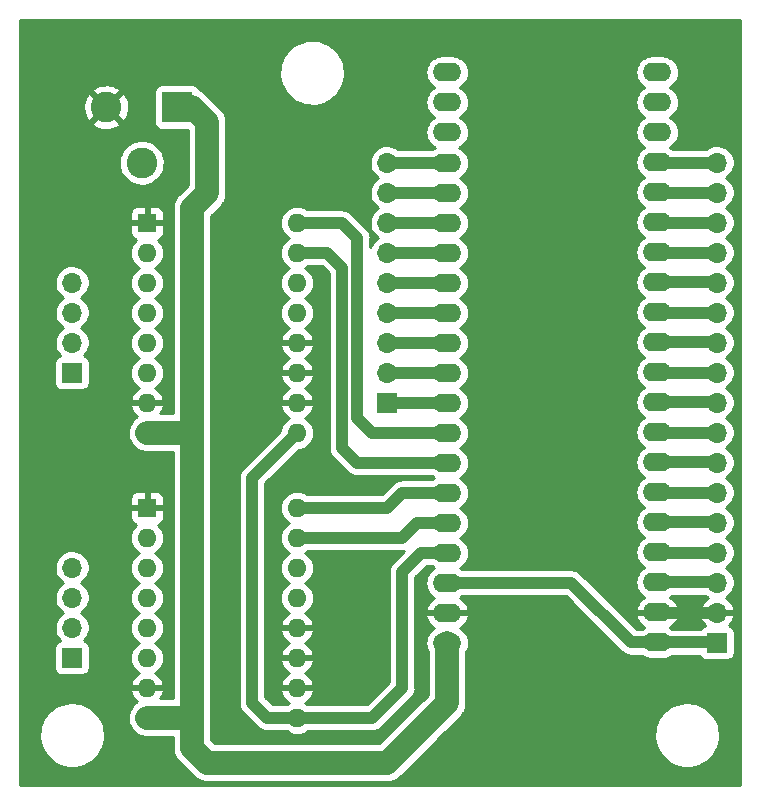
<source format=gbr>
G04 #@! TF.GenerationSoftware,KiCad,Pcbnew,5.99.0-unknown-c3175b4~86~ubuntu16.04.1*
G04 #@! TF.CreationDate,2019-11-29T18:47:54-05:00*
G04 #@! TF.ProjectId,sketchy,736b6574-6368-4792-9e6b-696361645f70,rev?*
G04 #@! TF.SameCoordinates,Original*
G04 #@! TF.FileFunction,Copper,L2,Bot*
G04 #@! TF.FilePolarity,Positive*
%FSLAX46Y46*%
G04 Gerber Fmt 4.6, Leading zero omitted, Abs format (unit mm)*
G04 Created by KiCad (PCBNEW 5.99.0-unknown-c3175b4~86~ubuntu16.04.1) date 2019-11-29 18:47:54*
%MOMM*%
%LPD*%
G04 APERTURE LIST*
%ADD10R,1.700000X1.700000*%
%ADD11O,1.700000X1.700000*%
%ADD12R,1.600000X1.600000*%
%ADD13O,1.600000X1.600000*%
%ADD14O,2.400000X1.600000*%
%ADD15R,2.600000X2.600000*%
%ADD16C,2.600000*%
%ADD17C,1.000000*%
%ADD18C,2.000000*%
%ADD19C,0.254000*%
G04 APERTURE END LIST*
D10*
X189230000Y-148590000D03*
D11*
X189230000Y-146050000D03*
X189230000Y-143510000D03*
X189230000Y-140970000D03*
X189230000Y-138430000D03*
X189230000Y-135890000D03*
X189230000Y-133350000D03*
X189230000Y-130810000D03*
X189230000Y-128270000D03*
X189230000Y-125730000D03*
X189230000Y-123190000D03*
X189230000Y-120650000D03*
X189230000Y-118110000D03*
X189230000Y-115570000D03*
X189230000Y-113030000D03*
X189230000Y-110490000D03*
X189230000Y-107950000D03*
D10*
X161290000Y-128270000D03*
D11*
X161290000Y-125730000D03*
X161290000Y-123190000D03*
X161290000Y-120650000D03*
X161290000Y-118110000D03*
X161290000Y-115570000D03*
X161290000Y-113030000D03*
X161290000Y-110490000D03*
X161290000Y-107950000D03*
D10*
X134620000Y-125730000D03*
D11*
X134620000Y-123190000D03*
X134620000Y-120650000D03*
X134620000Y-118110000D03*
D10*
X134620000Y-149860000D03*
D11*
X134620000Y-147320000D03*
X134620000Y-144780000D03*
X134620000Y-142240000D03*
D12*
X140970000Y-113030000D03*
D13*
X153670000Y-130810000D03*
X140970000Y-115570000D03*
X153670000Y-128270000D03*
X140970000Y-118110000D03*
X153670000Y-125730000D03*
X140970000Y-120650000D03*
X153670000Y-123190000D03*
X140970000Y-123190000D03*
X153670000Y-120650000D03*
X140970000Y-125730000D03*
X153670000Y-118110000D03*
X140970000Y-128270000D03*
X153670000Y-115570000D03*
X140970000Y-130810000D03*
X153670000Y-113030000D03*
D12*
X140970000Y-137160000D03*
D13*
X153670000Y-154940000D03*
X140970000Y-139700000D03*
X153670000Y-152400000D03*
X140970000Y-142240000D03*
X153670000Y-149860000D03*
X140970000Y-144780000D03*
X153670000Y-147320000D03*
X140970000Y-147320000D03*
X153670000Y-144780000D03*
X140970000Y-149860000D03*
X153670000Y-142240000D03*
X140970000Y-152400000D03*
X153670000Y-139700000D03*
X140970000Y-154940000D03*
X153670000Y-137160000D03*
D14*
X166370000Y-105380000D03*
X166370000Y-102840000D03*
X166370000Y-100300000D03*
X184150000Y-100300000D03*
X184150000Y-102840000D03*
X184150000Y-105380000D03*
X166370000Y-148590000D03*
X184150000Y-148560000D03*
X166370000Y-146050000D03*
X184150000Y-146020000D03*
X166370000Y-143510000D03*
X184150000Y-143480000D03*
X166370000Y-140970000D03*
X184150000Y-140940000D03*
X166370000Y-138430000D03*
X184150000Y-138400000D03*
X166370000Y-135890000D03*
X184150000Y-135860000D03*
X166370000Y-133350000D03*
X184150000Y-133320000D03*
X166370000Y-130810000D03*
X184150000Y-130780000D03*
X166370000Y-128270000D03*
X184150000Y-128240000D03*
X166370000Y-125730000D03*
X184150000Y-125700000D03*
X166370000Y-123190000D03*
X184150000Y-123160000D03*
X166370000Y-120650000D03*
X184150000Y-120620000D03*
X166370000Y-118110000D03*
X184150000Y-118080000D03*
X166370000Y-115570000D03*
X184150000Y-115540000D03*
X166370000Y-113030000D03*
X184150000Y-113000000D03*
X166370000Y-110490000D03*
X184150000Y-110460000D03*
X166370000Y-107950000D03*
X184150000Y-107920000D03*
D15*
X143510000Y-103250000D03*
D16*
X137510000Y-103250000D03*
X140510000Y-107950000D03*
D17*
X189230000Y-107950000D02*
X184180000Y-107950000D01*
X184180000Y-107950000D02*
X184150000Y-107920000D01*
X184150000Y-110490000D02*
X189230000Y-110490000D01*
X184150000Y-110460000D02*
X184150000Y-110490000D01*
X189230000Y-113030000D02*
X184180000Y-113030000D01*
X184180000Y-113030000D02*
X184150000Y-113000000D01*
X189230000Y-115570000D02*
X184180000Y-115570000D01*
X184180000Y-115570000D02*
X184150000Y-115540000D01*
X184150000Y-118080000D02*
X189200000Y-118080000D01*
X189200000Y-118080000D02*
X189230000Y-118110000D01*
X189230000Y-120650000D02*
X184180000Y-120650000D01*
X184180000Y-120650000D02*
X184150000Y-120620000D01*
X184150000Y-123160000D02*
X189200000Y-123160000D01*
X189200000Y-123160000D02*
X189230000Y-123190000D01*
X189230000Y-125730000D02*
X184180000Y-125730000D01*
X184180000Y-125730000D02*
X184150000Y-125700000D01*
X184150000Y-128240000D02*
X189200000Y-128240000D01*
X189200000Y-128240000D02*
X189230000Y-128270000D01*
X189230000Y-130810000D02*
X184180000Y-130810000D01*
X184180000Y-130810000D02*
X184150000Y-130780000D01*
X184150000Y-133320000D02*
X189200000Y-133320000D01*
X189200000Y-133320000D02*
X189230000Y-133350000D01*
X189230000Y-135890000D02*
X184180000Y-135890000D01*
X184180000Y-135890000D02*
X184150000Y-135860000D01*
X184150000Y-138400000D02*
X189200000Y-138400000D01*
X189200000Y-138400000D02*
X189230000Y-138430000D01*
X189230000Y-140970000D02*
X184180000Y-140970000D01*
X184180000Y-140970000D02*
X184150000Y-140940000D01*
X184150000Y-143480000D02*
X189200000Y-143480000D01*
X189200000Y-143480000D02*
X189230000Y-143510000D01*
X189230000Y-146050000D02*
X184180000Y-146050000D01*
X184180000Y-146050000D02*
X184150000Y-146020000D01*
X184150000Y-148560000D02*
X189200000Y-148560000D01*
X189200000Y-148560000D02*
X189230000Y-148590000D01*
X161290000Y-107950000D02*
X166370000Y-107950000D01*
X166370000Y-110490000D02*
X161290000Y-110490000D01*
X161290000Y-113030000D02*
X166370000Y-113030000D01*
X166370000Y-115570000D02*
X161290000Y-115570000D01*
X161290000Y-118110000D02*
X166370000Y-118110000D01*
X166370000Y-120650000D02*
X161290000Y-120650000D01*
X161290000Y-123190000D02*
X166370000Y-123190000D01*
X166370000Y-125730000D02*
X161290000Y-125730000D01*
X161290000Y-128270000D02*
X166370000Y-128270000D01*
D18*
X144780000Y-130810000D02*
X140970000Y-130810000D01*
X140970000Y-154940000D02*
X144780000Y-154940000D01*
D17*
X164170000Y-140970000D02*
X162560000Y-142580000D01*
X166370000Y-140970000D02*
X164170000Y-140970000D01*
X162560000Y-142580000D02*
X162560000Y-152400000D01*
X157480000Y-154940000D02*
X153670000Y-154940000D01*
X162560000Y-152400000D02*
X160020000Y-154940000D01*
X153670000Y-154940000D02*
X151130000Y-154940000D01*
X151130000Y-154940000D02*
X149860000Y-153670000D01*
X149860000Y-134620000D02*
X153670000Y-130810000D01*
X149860000Y-153670000D02*
X149860000Y-134620000D01*
X166370000Y-138430000D02*
X163830000Y-138430000D01*
X160020000Y-139700000D02*
X153670000Y-139700000D01*
X163830000Y-138430000D02*
X162560000Y-139700000D01*
X158750000Y-137160000D02*
X153670000Y-137160000D01*
X162560000Y-135890000D02*
X161290000Y-137160000D01*
X166370000Y-135890000D02*
X162560000Y-135890000D01*
X157480000Y-113030000D02*
X153670000Y-113030000D01*
X166370000Y-130810000D02*
X160020000Y-130810000D01*
X158750000Y-114300000D02*
X157480000Y-113030000D01*
X160020000Y-130810000D02*
X158750000Y-129540000D01*
X158750000Y-129540000D02*
X158750000Y-114300000D01*
X161290000Y-137160000D02*
X158750000Y-137160000D01*
X162560000Y-139700000D02*
X160020000Y-139700000D01*
X160020000Y-154940000D02*
X157480000Y-154940000D01*
X181950000Y-148560000D02*
X176900000Y-143510000D01*
X184150000Y-148560000D02*
X181950000Y-148560000D01*
X167640000Y-143510000D02*
X166370000Y-143510000D01*
X176900000Y-143510000D02*
X167640000Y-143510000D01*
X157480000Y-116840000D02*
X156210000Y-115570000D01*
X158750000Y-133350000D02*
X157480000Y-132080000D01*
X157480000Y-132080000D02*
X157480000Y-116840000D01*
X166370000Y-133350000D02*
X158750000Y-133350000D01*
X156210000Y-115570000D02*
X153670000Y-115570000D01*
D18*
X161290000Y-158750000D02*
X146050000Y-158750000D01*
X144780000Y-157480000D02*
X144780000Y-154940000D01*
X166370000Y-148590000D02*
X166370000Y-153670000D01*
X166370000Y-153670000D02*
X161290000Y-158750000D01*
X146050000Y-158750000D02*
X144780000Y-157480000D01*
X144780000Y-154940000D02*
X144780000Y-130810000D01*
X146050000Y-104520000D02*
X144780000Y-103250000D01*
X146050000Y-110490000D02*
X146050000Y-104520000D01*
X144780000Y-111760000D02*
X146050000Y-110490000D01*
X144780000Y-130810000D02*
X144780000Y-111760000D01*
D19*
G36*
X191136000Y-160656000D02*
G01*
X130174000Y-160656000D01*
X130174000Y-156326985D01*
X131831671Y-156326985D01*
X131843556Y-156667341D01*
X131896832Y-157003712D01*
X131990704Y-157331082D01*
X132123772Y-157644573D01*
X132294054Y-157939510D01*
X132499011Y-158211496D01*
X132735586Y-158456477D01*
X133000254Y-158670800D01*
X133289068Y-158851272D01*
X133597724Y-158995201D01*
X133921619Y-159100441D01*
X134255925Y-159165422D01*
X134595659Y-159189180D01*
X134935756Y-159171356D01*
X135271146Y-159112218D01*
X135596829Y-159012646D01*
X135907949Y-158874126D01*
X136199869Y-158698723D01*
X136468236Y-158489052D01*
X136709052Y-158248236D01*
X136918723Y-157979869D01*
X137094126Y-157687949D01*
X137232646Y-157376829D01*
X137332218Y-157051146D01*
X137391644Y-156714124D01*
X137404285Y-156231363D01*
X137362579Y-155891693D01*
X137280189Y-155561245D01*
X137158141Y-155243302D01*
X136998256Y-154942602D01*
X136802918Y-154663629D01*
X136575036Y-154410540D01*
X136318009Y-154187111D01*
X136035669Y-153996670D01*
X135732225Y-153842057D01*
X135412200Y-153725578D01*
X135080365Y-153648968D01*
X134741667Y-153613370D01*
X134401156Y-153619313D01*
X134063906Y-153666711D01*
X133734947Y-153754855D01*
X133419181Y-153882432D01*
X133121318Y-154047540D01*
X132845796Y-154247719D01*
X132596724Y-154479982D01*
X132377814Y-154740869D01*
X132192329Y-155026490D01*
X132043037Y-155332587D01*
X131932160Y-155654596D01*
X131861352Y-155987717D01*
X131831671Y-156326985D01*
X130174000Y-156326985D01*
X130174000Y-152272000D01*
X139519712Y-152272000D01*
X142420288Y-152272000D01*
X142322667Y-151907670D01*
X142216624Y-151680261D01*
X142072703Y-151474721D01*
X141895279Y-151297297D01*
X141689739Y-151153376D01*
X141639609Y-151130000D01*
X141689739Y-151106624D01*
X141895279Y-150962703D01*
X142072703Y-150785279D01*
X142216624Y-150579739D01*
X142322667Y-150352330D01*
X142387609Y-150109962D01*
X142409477Y-149860000D01*
X142387609Y-149610038D01*
X142322667Y-149367670D01*
X142216624Y-149140261D01*
X142072703Y-148934721D01*
X141895279Y-148757297D01*
X141689739Y-148613376D01*
X141639609Y-148590000D01*
X141689739Y-148566624D01*
X141895279Y-148422703D01*
X142072703Y-148245279D01*
X142216624Y-148039739D01*
X142322667Y-147812330D01*
X142387609Y-147569962D01*
X142409477Y-147320000D01*
X142387609Y-147070038D01*
X142322667Y-146827670D01*
X142216624Y-146600261D01*
X142072703Y-146394721D01*
X141895279Y-146217297D01*
X141689739Y-146073376D01*
X141639609Y-146050000D01*
X141689739Y-146026624D01*
X141895279Y-145882703D01*
X142072703Y-145705279D01*
X142216624Y-145499739D01*
X142322667Y-145272330D01*
X142387609Y-145029962D01*
X142409477Y-144780000D01*
X142387609Y-144530038D01*
X142322667Y-144287670D01*
X142216624Y-144060261D01*
X142072703Y-143854721D01*
X141895279Y-143677297D01*
X141689739Y-143533376D01*
X141639609Y-143510000D01*
X141689739Y-143486624D01*
X141895279Y-143342703D01*
X142072703Y-143165279D01*
X142216624Y-142959739D01*
X142322667Y-142732330D01*
X142387609Y-142489962D01*
X142409477Y-142240000D01*
X142387609Y-141990038D01*
X142322667Y-141747670D01*
X142216624Y-141520261D01*
X142072703Y-141314721D01*
X141895279Y-141137297D01*
X141689739Y-140993376D01*
X141639609Y-140970000D01*
X141689739Y-140946624D01*
X141895279Y-140802703D01*
X142072703Y-140625279D01*
X142216624Y-140419739D01*
X142322667Y-140192330D01*
X142387609Y-139949962D01*
X142409477Y-139700000D01*
X142387609Y-139450038D01*
X142322667Y-139207670D01*
X142216624Y-138980261D01*
X142072703Y-138774721D01*
X141895279Y-138597297D01*
X141869887Y-138579517D01*
X142087512Y-138521205D01*
X142263165Y-138373815D01*
X142374956Y-138180186D01*
X142411837Y-137971024D01*
X142411837Y-137288000D01*
X139528163Y-137288000D01*
X139528163Y-137976588D01*
X139608795Y-138277512D01*
X139756185Y-138453165D01*
X139949814Y-138564956D01*
X140062525Y-138584830D01*
X140044721Y-138597297D01*
X139867297Y-138774721D01*
X139723376Y-138980261D01*
X139617333Y-139207670D01*
X139552391Y-139450038D01*
X139530523Y-139700000D01*
X139552391Y-139949962D01*
X139617333Y-140192330D01*
X139723376Y-140419739D01*
X139867297Y-140625279D01*
X140044721Y-140802703D01*
X140250261Y-140946624D01*
X140300391Y-140970000D01*
X140250261Y-140993376D01*
X140044721Y-141137297D01*
X139867297Y-141314721D01*
X139723376Y-141520261D01*
X139617333Y-141747670D01*
X139552391Y-141990038D01*
X139530523Y-142240000D01*
X139552391Y-142489962D01*
X139617333Y-142732330D01*
X139723376Y-142959739D01*
X139867297Y-143165279D01*
X140044721Y-143342703D01*
X140250261Y-143486624D01*
X140300391Y-143510000D01*
X140250261Y-143533376D01*
X140044721Y-143677297D01*
X139867297Y-143854721D01*
X139723376Y-144060261D01*
X139617333Y-144287670D01*
X139552391Y-144530038D01*
X139530523Y-144780000D01*
X139552391Y-145029962D01*
X139617333Y-145272330D01*
X139723376Y-145499739D01*
X139867297Y-145705279D01*
X140044721Y-145882703D01*
X140250261Y-146026624D01*
X140300391Y-146050000D01*
X140250261Y-146073376D01*
X140044721Y-146217297D01*
X139867297Y-146394721D01*
X139723376Y-146600261D01*
X139617333Y-146827670D01*
X139552391Y-147070038D01*
X139530523Y-147320000D01*
X139552391Y-147569962D01*
X139617333Y-147812330D01*
X139723376Y-148039739D01*
X139867297Y-148245279D01*
X140044721Y-148422703D01*
X140250261Y-148566624D01*
X140300391Y-148590000D01*
X140250261Y-148613376D01*
X140044721Y-148757297D01*
X139867297Y-148934721D01*
X139723376Y-149140261D01*
X139617333Y-149367670D01*
X139552391Y-149610038D01*
X139530523Y-149860000D01*
X139552391Y-150109962D01*
X139617333Y-150352330D01*
X139723376Y-150579739D01*
X139867297Y-150785279D01*
X140044721Y-150962703D01*
X140250261Y-151106624D01*
X140300391Y-151130000D01*
X140250261Y-151153376D01*
X140044721Y-151297297D01*
X139867297Y-151474721D01*
X139723376Y-151680261D01*
X139617333Y-151907670D01*
X139519712Y-152272000D01*
X130174000Y-152272000D01*
X130174000Y-148998976D01*
X133128163Y-148998976D01*
X133128163Y-150726588D01*
X133208795Y-151027512D01*
X133356185Y-151203165D01*
X133549814Y-151314956D01*
X133758976Y-151351837D01*
X135486588Y-151351837D01*
X135787512Y-151271205D01*
X135963165Y-151123815D01*
X136074956Y-150930186D01*
X136111837Y-150721024D01*
X136111837Y-148993412D01*
X136031205Y-148692489D01*
X135883815Y-148516835D01*
X135690186Y-148405044D01*
X135641554Y-148396469D01*
X135735466Y-148306881D01*
X135885797Y-148104828D01*
X135999936Y-147880334D01*
X136074618Y-147639819D01*
X136107708Y-147390159D01*
X136098260Y-147138492D01*
X136046544Y-146892017D01*
X135954039Y-146657778D01*
X135823390Y-146442474D01*
X135658331Y-146252261D01*
X135463584Y-146092578D01*
X135389939Y-146050657D01*
X135553240Y-145940716D01*
X135735466Y-145766881D01*
X135885797Y-145564828D01*
X135999936Y-145340334D01*
X136074618Y-145099819D01*
X136107708Y-144850159D01*
X136098260Y-144598492D01*
X136046544Y-144352017D01*
X135954039Y-144117778D01*
X135823390Y-143902474D01*
X135658331Y-143712261D01*
X135463584Y-143552578D01*
X135389939Y-143510657D01*
X135553240Y-143400716D01*
X135735466Y-143226881D01*
X135885797Y-143024828D01*
X135999936Y-142800334D01*
X136074618Y-142559819D01*
X136107708Y-142310159D01*
X136098260Y-142058492D01*
X136046544Y-141812017D01*
X135954039Y-141577778D01*
X135823390Y-141362474D01*
X135658331Y-141172261D01*
X135463584Y-141012578D01*
X135244716Y-140887991D01*
X135005169Y-140801040D01*
X134665352Y-140756000D01*
X134556810Y-140756000D01*
X134369058Y-140771931D01*
X134125292Y-140835200D01*
X133895671Y-140938637D01*
X133686760Y-141079284D01*
X133504534Y-141253119D01*
X133354203Y-141455172D01*
X133240064Y-141679666D01*
X133165382Y-141920181D01*
X133132292Y-142169841D01*
X133141740Y-142421508D01*
X133193456Y-142667983D01*
X133285961Y-142902222D01*
X133416610Y-143117526D01*
X133581669Y-143307739D01*
X133776416Y-143467422D01*
X133850061Y-143509343D01*
X133686760Y-143619284D01*
X133504534Y-143793119D01*
X133354203Y-143995172D01*
X133240064Y-144219666D01*
X133165382Y-144460181D01*
X133132292Y-144709841D01*
X133141740Y-144961508D01*
X133193456Y-145207983D01*
X133285961Y-145442222D01*
X133416610Y-145657526D01*
X133581669Y-145847739D01*
X133776416Y-146007422D01*
X133850061Y-146049343D01*
X133686760Y-146159284D01*
X133504534Y-146333119D01*
X133354203Y-146535172D01*
X133240064Y-146759666D01*
X133165382Y-147000181D01*
X133132292Y-147249841D01*
X133141740Y-147501508D01*
X133193456Y-147747983D01*
X133285961Y-147982222D01*
X133416610Y-148197526D01*
X133581669Y-148387739D01*
X133605975Y-148407669D01*
X133452489Y-148448795D01*
X133276835Y-148596185D01*
X133165044Y-148789814D01*
X133128163Y-148998976D01*
X130174000Y-148998976D01*
X130174000Y-136348976D01*
X139528163Y-136348976D01*
X139528163Y-137032000D01*
X140842000Y-137032000D01*
X140842000Y-135718163D01*
X141098000Y-135718163D01*
X141098000Y-137032000D01*
X142411837Y-137032000D01*
X142411837Y-136343412D01*
X142331205Y-136042489D01*
X142183815Y-135866835D01*
X141990186Y-135755044D01*
X141781024Y-135718163D01*
X141098000Y-135718163D01*
X140842000Y-135718163D01*
X140153412Y-135718163D01*
X139852489Y-135798795D01*
X139676835Y-135946185D01*
X139565044Y-136139814D01*
X139528163Y-136348976D01*
X130174000Y-136348976D01*
X130174000Y-130890232D01*
X139329537Y-130890232D01*
X139379176Y-131218454D01*
X139493799Y-131529991D01*
X139668724Y-131812117D01*
X139896806Y-132053307D01*
X140168727Y-132243708D01*
X140476448Y-132376871D01*
X140910075Y-132444000D01*
X143146001Y-132444000D01*
X143146000Y-153306000D01*
X142086202Y-153306000D01*
X142216624Y-153119739D01*
X142322667Y-152892330D01*
X142420288Y-152528000D01*
X139519712Y-152528000D01*
X139617333Y-152892330D01*
X139723376Y-153119739D01*
X139867297Y-153325279D01*
X140044721Y-153502703D01*
X140110028Y-153548431D01*
X140032646Y-153591325D01*
X139780603Y-153807352D01*
X139577145Y-154069648D01*
X139430585Y-154367497D01*
X139346909Y-154688733D01*
X139329537Y-155020232D01*
X139379176Y-155348454D01*
X139493799Y-155659991D01*
X139668724Y-155942117D01*
X139896806Y-156183307D01*
X140168727Y-156373708D01*
X140476448Y-156506871D01*
X140910075Y-156574000D01*
X143146000Y-156574000D01*
X143146000Y-157456606D01*
X143141987Y-157600288D01*
X143160404Y-157704733D01*
X143171121Y-157810254D01*
X143189159Y-157867811D01*
X143199631Y-157927199D01*
X143238672Y-158025807D01*
X143270390Y-158127019D01*
X143299629Y-158179767D01*
X143323061Y-158238951D01*
X143361695Y-158291738D01*
X143431325Y-158417353D01*
X143647352Y-158669397D01*
X143697381Y-158708204D01*
X144878033Y-159888857D01*
X144976806Y-159993307D01*
X145063683Y-160054139D01*
X145145876Y-160121174D01*
X145199322Y-160149115D01*
X145248727Y-160183708D01*
X145346065Y-160225831D01*
X145440057Y-160274968D01*
X145498021Y-160291588D01*
X145556447Y-160316871D01*
X145621100Y-160326881D01*
X145759152Y-160366466D01*
X146090127Y-160391934D01*
X146152925Y-160384000D01*
X161266607Y-160384000D01*
X161410287Y-160388013D01*
X161514729Y-160369598D01*
X161620255Y-160358879D01*
X161677815Y-160340841D01*
X161737199Y-160330369D01*
X161835809Y-160291327D01*
X161937020Y-160259610D01*
X161989770Y-160230370D01*
X162048951Y-160206939D01*
X162101733Y-160168308D01*
X162227354Y-160098675D01*
X162479397Y-159882648D01*
X162518204Y-159832619D01*
X166023838Y-156326985D01*
X183901671Y-156326985D01*
X183913556Y-156667341D01*
X183966832Y-157003712D01*
X184060704Y-157331082D01*
X184193772Y-157644573D01*
X184364054Y-157939510D01*
X184569011Y-158211496D01*
X184805586Y-158456477D01*
X185070254Y-158670800D01*
X185359068Y-158851272D01*
X185667724Y-158995201D01*
X185991619Y-159100441D01*
X186325925Y-159165422D01*
X186665659Y-159189180D01*
X187005756Y-159171356D01*
X187341146Y-159112218D01*
X187666829Y-159012646D01*
X187977949Y-158874126D01*
X188269869Y-158698723D01*
X188538236Y-158489052D01*
X188779052Y-158248236D01*
X188988723Y-157979869D01*
X189164126Y-157687949D01*
X189302646Y-157376829D01*
X189402218Y-157051146D01*
X189461644Y-156714124D01*
X189474285Y-156231363D01*
X189432579Y-155891693D01*
X189350189Y-155561245D01*
X189228141Y-155243302D01*
X189068256Y-154942602D01*
X188872918Y-154663629D01*
X188645036Y-154410540D01*
X188388009Y-154187111D01*
X188105669Y-153996670D01*
X187802225Y-153842057D01*
X187482200Y-153725578D01*
X187150365Y-153648968D01*
X186811667Y-153613370D01*
X186471156Y-153619313D01*
X186133906Y-153666711D01*
X185804947Y-153754855D01*
X185489181Y-153882432D01*
X185191318Y-154047540D01*
X184915796Y-154247719D01*
X184666724Y-154479982D01*
X184447814Y-154740869D01*
X184262329Y-155026490D01*
X184113037Y-155332587D01*
X184002160Y-155654596D01*
X183931352Y-155987717D01*
X183901671Y-156326985D01*
X166023838Y-156326985D01*
X167508858Y-154841966D01*
X167613307Y-154743194D01*
X167674140Y-154656316D01*
X167741174Y-154574123D01*
X167769114Y-154520678D01*
X167803708Y-154471273D01*
X167845832Y-154373931D01*
X167894967Y-154279943D01*
X167911589Y-154221977D01*
X167936871Y-154163552D01*
X167946879Y-154098907D01*
X167986467Y-153960849D01*
X168011934Y-153629873D01*
X168004000Y-153567075D01*
X168004000Y-149327768D01*
X168016624Y-149309739D01*
X168122667Y-149082330D01*
X168187609Y-148839962D01*
X168209477Y-148590000D01*
X168187609Y-148340038D01*
X168122667Y-148097670D01*
X168016624Y-147870261D01*
X167872703Y-147664721D01*
X167695279Y-147487297D01*
X167489739Y-147343376D01*
X167439609Y-147320000D01*
X167489739Y-147296624D01*
X167695279Y-147152703D01*
X167872703Y-146975279D01*
X168016624Y-146769739D01*
X168122667Y-146542330D01*
X168220288Y-146178000D01*
X164519712Y-146178000D01*
X164617333Y-146542330D01*
X164723376Y-146769739D01*
X164867297Y-146975279D01*
X165044721Y-147152703D01*
X165250261Y-147296624D01*
X165300391Y-147320000D01*
X165250261Y-147343376D01*
X165044721Y-147487297D01*
X164867297Y-147664721D01*
X164723376Y-147870261D01*
X164617333Y-148097670D01*
X164552391Y-148340038D01*
X164530523Y-148590000D01*
X164552391Y-148839962D01*
X164617333Y-149082330D01*
X164723376Y-149309739D01*
X164736000Y-149327768D01*
X164736001Y-152993175D01*
X160613177Y-157116000D01*
X146726825Y-157116000D01*
X146414000Y-156803176D01*
X146414000Y-154983089D01*
X146420463Y-154859768D01*
X146414000Y-154817034D01*
X146414000Y-153729784D01*
X148719245Y-153729784D01*
X148737731Y-153835704D01*
X148750651Y-153942481D01*
X148761271Y-153970586D01*
X148766434Y-154000166D01*
X148809651Y-154098621D01*
X148847670Y-154199232D01*
X148864683Y-154223987D01*
X148876890Y-154251795D01*
X148937481Y-154329909D01*
X149003132Y-154425431D01*
X149081851Y-154495568D01*
X150300331Y-155714048D01*
X150365637Y-155788910D01*
X150453611Y-155850740D01*
X150538246Y-155917101D01*
X150565624Y-155929463D01*
X150590195Y-155946732D01*
X150690378Y-155985792D01*
X150788397Y-156030049D01*
X150817932Y-156035524D01*
X150846229Y-156046555D01*
X150944309Y-156058946D01*
X151058273Y-156080068D01*
X151163502Y-156074000D01*
X152789417Y-156074000D01*
X152950261Y-156186624D01*
X153177670Y-156292667D01*
X153420038Y-156357609D01*
X153607394Y-156374000D01*
X153732606Y-156374000D01*
X153919962Y-156357609D01*
X154162330Y-156292667D01*
X154389739Y-156186624D01*
X154550583Y-156074000D01*
X159980692Y-156074000D01*
X160079783Y-156080755D01*
X160185701Y-156062270D01*
X160292482Y-156049349D01*
X160320586Y-156038729D01*
X160350167Y-156033566D01*
X160448614Y-155990352D01*
X160549234Y-155952330D01*
X160573992Y-155935314D01*
X160601795Y-155923109D01*
X160679902Y-155862523D01*
X160775431Y-155796869D01*
X160845569Y-155718148D01*
X163334048Y-153229669D01*
X163408910Y-153164363D01*
X163470740Y-153076389D01*
X163537101Y-152991754D01*
X163549463Y-152964376D01*
X163566732Y-152939805D01*
X163605792Y-152839622D01*
X163650049Y-152741603D01*
X163655524Y-152712068D01*
X163666555Y-152683771D01*
X163678947Y-152585683D01*
X163700067Y-152471728D01*
X163694000Y-152366512D01*
X163694000Y-143049717D01*
X164639717Y-142104000D01*
X165089417Y-142104000D01*
X165250261Y-142216624D01*
X165300391Y-142240000D01*
X165250261Y-142263376D01*
X165044721Y-142407297D01*
X164867297Y-142584721D01*
X164723376Y-142790261D01*
X164617333Y-143017670D01*
X164552391Y-143260038D01*
X164530523Y-143510000D01*
X164552391Y-143759962D01*
X164617333Y-144002330D01*
X164723376Y-144229739D01*
X164867297Y-144435279D01*
X165044721Y-144612703D01*
X165250261Y-144756624D01*
X165300391Y-144780000D01*
X165250261Y-144803376D01*
X165044721Y-144947297D01*
X164867297Y-145124721D01*
X164723376Y-145330261D01*
X164617333Y-145557670D01*
X164519712Y-145922000D01*
X168220288Y-145922000D01*
X168122667Y-145557670D01*
X168016624Y-145330261D01*
X167872703Y-145124721D01*
X167695279Y-144947297D01*
X167489739Y-144803376D01*
X167439609Y-144780000D01*
X167489739Y-144756624D01*
X167650583Y-144644000D01*
X176430283Y-144644000D01*
X181120337Y-149334055D01*
X181185638Y-149408911D01*
X181273598Y-149470729D01*
X181358246Y-149537101D01*
X181385624Y-149549463D01*
X181410195Y-149566732D01*
X181510378Y-149605792D01*
X181608397Y-149650049D01*
X181637932Y-149655524D01*
X181666229Y-149666555D01*
X181764317Y-149678947D01*
X181878272Y-149700067D01*
X181983488Y-149694000D01*
X182869417Y-149694000D01*
X183030261Y-149806624D01*
X183257670Y-149912667D01*
X183500038Y-149977609D01*
X183687394Y-149994000D01*
X184612606Y-149994000D01*
X184799962Y-149977609D01*
X185042330Y-149912667D01*
X185269739Y-149806624D01*
X185430583Y-149694000D01*
X187801777Y-149694000D01*
X187818795Y-149757512D01*
X187966185Y-149933165D01*
X188159814Y-150044956D01*
X188368976Y-150081837D01*
X190096588Y-150081837D01*
X190397512Y-150001205D01*
X190573165Y-149853815D01*
X190684956Y-149660186D01*
X190721837Y-149451024D01*
X190721837Y-147723412D01*
X190641205Y-147422489D01*
X190493815Y-147246835D01*
X190300186Y-147135044D01*
X190251554Y-147126469D01*
X190345466Y-147036881D01*
X190495797Y-146834828D01*
X190609936Y-146610334D01*
X190684618Y-146369819D01*
X190710043Y-146178000D01*
X187740513Y-146178000D01*
X187803456Y-146477983D01*
X187895961Y-146712222D01*
X188026610Y-146927526D01*
X188191669Y-147117739D01*
X188215975Y-147137669D01*
X188062489Y-147178795D01*
X187886835Y-147326185D01*
X187829208Y-147426000D01*
X185430583Y-147426000D01*
X185269739Y-147313376D01*
X185219609Y-147290000D01*
X185269739Y-147266624D01*
X185475279Y-147122703D01*
X185652703Y-146945279D01*
X185796624Y-146739739D01*
X185902667Y-146512330D01*
X186000288Y-146148000D01*
X182299712Y-146148000D01*
X182397333Y-146512330D01*
X182503376Y-146739739D01*
X182647297Y-146945279D01*
X182824721Y-147122703D01*
X183030261Y-147266624D01*
X183080391Y-147290000D01*
X183030261Y-147313376D01*
X182869417Y-147426000D01*
X182419717Y-147426000D01*
X180885717Y-145892000D01*
X182299712Y-145892000D01*
X186000288Y-145892000D01*
X185902667Y-145527670D01*
X185796624Y-145300261D01*
X185652703Y-145094721D01*
X185475279Y-144917297D01*
X185269739Y-144773376D01*
X185219609Y-144750000D01*
X185269739Y-144726624D01*
X185430583Y-144614000D01*
X188235892Y-144614000D01*
X188386416Y-144737422D01*
X188460061Y-144779343D01*
X188296760Y-144889284D01*
X188114534Y-145063119D01*
X187964203Y-145265172D01*
X187850064Y-145489666D01*
X187775382Y-145730181D01*
X187749957Y-145922000D01*
X190719487Y-145922000D01*
X190656544Y-145622017D01*
X190564039Y-145387778D01*
X190433390Y-145172474D01*
X190268331Y-144982261D01*
X190073584Y-144822578D01*
X189999939Y-144780657D01*
X190163240Y-144670716D01*
X190345466Y-144496881D01*
X190495797Y-144294828D01*
X190609936Y-144070334D01*
X190684618Y-143829819D01*
X190717708Y-143580159D01*
X190708260Y-143328492D01*
X190656544Y-143082017D01*
X190564039Y-142847778D01*
X190433390Y-142632474D01*
X190268331Y-142442261D01*
X190073584Y-142282578D01*
X189999939Y-142240657D01*
X190163240Y-142130716D01*
X190345466Y-141956881D01*
X190495797Y-141754828D01*
X190609936Y-141530334D01*
X190684618Y-141289819D01*
X190717708Y-141040159D01*
X190708260Y-140788492D01*
X190656544Y-140542017D01*
X190564039Y-140307778D01*
X190433390Y-140092474D01*
X190268331Y-139902261D01*
X190073584Y-139742578D01*
X189999939Y-139700657D01*
X190163240Y-139590716D01*
X190345466Y-139416881D01*
X190495797Y-139214828D01*
X190609936Y-138990334D01*
X190684618Y-138749819D01*
X190717708Y-138500159D01*
X190708260Y-138248492D01*
X190656544Y-138002017D01*
X190564039Y-137767778D01*
X190433390Y-137552474D01*
X190268331Y-137362261D01*
X190073584Y-137202578D01*
X189999939Y-137160657D01*
X190163240Y-137050716D01*
X190345466Y-136876881D01*
X190495797Y-136674828D01*
X190609936Y-136450334D01*
X190684618Y-136209819D01*
X190717708Y-135960159D01*
X190708260Y-135708492D01*
X190656544Y-135462017D01*
X190564039Y-135227778D01*
X190433390Y-135012474D01*
X190268331Y-134822261D01*
X190073584Y-134662578D01*
X189999939Y-134620657D01*
X190163240Y-134510716D01*
X190345466Y-134336881D01*
X190495797Y-134134828D01*
X190609936Y-133910334D01*
X190684618Y-133669819D01*
X190717708Y-133420159D01*
X190708260Y-133168492D01*
X190656544Y-132922017D01*
X190564039Y-132687778D01*
X190433390Y-132472474D01*
X190268331Y-132282261D01*
X190073584Y-132122578D01*
X189999939Y-132080657D01*
X190163240Y-131970716D01*
X190345466Y-131796881D01*
X190495797Y-131594828D01*
X190609936Y-131370334D01*
X190684618Y-131129819D01*
X190717708Y-130880159D01*
X190708260Y-130628492D01*
X190656544Y-130382017D01*
X190564039Y-130147778D01*
X190433390Y-129932474D01*
X190268331Y-129742261D01*
X190073584Y-129582578D01*
X189999939Y-129540657D01*
X190163240Y-129430716D01*
X190345466Y-129256881D01*
X190495797Y-129054828D01*
X190609936Y-128830334D01*
X190684618Y-128589819D01*
X190717708Y-128340159D01*
X190708260Y-128088492D01*
X190656544Y-127842017D01*
X190564039Y-127607778D01*
X190433390Y-127392474D01*
X190268331Y-127202261D01*
X190073584Y-127042578D01*
X189999939Y-127000657D01*
X190163240Y-126890716D01*
X190345466Y-126716881D01*
X190495797Y-126514828D01*
X190609936Y-126290334D01*
X190684618Y-126049819D01*
X190717708Y-125800159D01*
X190708260Y-125548492D01*
X190656544Y-125302017D01*
X190564039Y-125067778D01*
X190433390Y-124852474D01*
X190268331Y-124662261D01*
X190073584Y-124502578D01*
X189999939Y-124460657D01*
X190163240Y-124350716D01*
X190345466Y-124176881D01*
X190495797Y-123974828D01*
X190609936Y-123750334D01*
X190684618Y-123509819D01*
X190717708Y-123260159D01*
X190708260Y-123008492D01*
X190656544Y-122762017D01*
X190564039Y-122527778D01*
X190433390Y-122312474D01*
X190268331Y-122122261D01*
X190073584Y-121962578D01*
X189999939Y-121920657D01*
X190163240Y-121810716D01*
X190345466Y-121636881D01*
X190495797Y-121434828D01*
X190609936Y-121210334D01*
X190684618Y-120969819D01*
X190717708Y-120720159D01*
X190708260Y-120468492D01*
X190656544Y-120222017D01*
X190564039Y-119987778D01*
X190433390Y-119772474D01*
X190268331Y-119582261D01*
X190073584Y-119422578D01*
X189999939Y-119380657D01*
X190163240Y-119270716D01*
X190345466Y-119096881D01*
X190495797Y-118894828D01*
X190609936Y-118670334D01*
X190684618Y-118429819D01*
X190717708Y-118180159D01*
X190708260Y-117928492D01*
X190656544Y-117682017D01*
X190564039Y-117447778D01*
X190433390Y-117232474D01*
X190268331Y-117042261D01*
X190073584Y-116882578D01*
X189999939Y-116840657D01*
X190163240Y-116730716D01*
X190345466Y-116556881D01*
X190495797Y-116354828D01*
X190609936Y-116130334D01*
X190684618Y-115889819D01*
X190717708Y-115640159D01*
X190708260Y-115388492D01*
X190656544Y-115142017D01*
X190564039Y-114907778D01*
X190433390Y-114692474D01*
X190268331Y-114502261D01*
X190073584Y-114342578D01*
X189999939Y-114300657D01*
X190163240Y-114190716D01*
X190345466Y-114016881D01*
X190495797Y-113814828D01*
X190609936Y-113590334D01*
X190684618Y-113349819D01*
X190717708Y-113100159D01*
X190708260Y-112848492D01*
X190656544Y-112602017D01*
X190564039Y-112367778D01*
X190433390Y-112152474D01*
X190268331Y-111962261D01*
X190073584Y-111802578D01*
X189999939Y-111760657D01*
X190163240Y-111650716D01*
X190345466Y-111476881D01*
X190495797Y-111274828D01*
X190609936Y-111050334D01*
X190684618Y-110809819D01*
X190717708Y-110560159D01*
X190708260Y-110308492D01*
X190656544Y-110062017D01*
X190564039Y-109827778D01*
X190433390Y-109612474D01*
X190268331Y-109422261D01*
X190073584Y-109262578D01*
X189999939Y-109220657D01*
X190163240Y-109110716D01*
X190345466Y-108936881D01*
X190495797Y-108734828D01*
X190609936Y-108510334D01*
X190684618Y-108269819D01*
X190717708Y-108020159D01*
X190708260Y-107768492D01*
X190656544Y-107522017D01*
X190564039Y-107287778D01*
X190433390Y-107072474D01*
X190268331Y-106882261D01*
X190073584Y-106722578D01*
X189854716Y-106597991D01*
X189615169Y-106511040D01*
X189275352Y-106466000D01*
X189166810Y-106466000D01*
X188979058Y-106481931D01*
X188735292Y-106545200D01*
X188505671Y-106648637D01*
X188296760Y-106789284D01*
X188268755Y-106816000D01*
X185473427Y-106816000D01*
X185269739Y-106673376D01*
X185219609Y-106650000D01*
X185269739Y-106626624D01*
X185475279Y-106482703D01*
X185652703Y-106305279D01*
X185796624Y-106099739D01*
X185902667Y-105872330D01*
X185967609Y-105629962D01*
X185989477Y-105380000D01*
X185967609Y-105130038D01*
X185902667Y-104887670D01*
X185796624Y-104660261D01*
X185652703Y-104454721D01*
X185475279Y-104277297D01*
X185269739Y-104133376D01*
X185219609Y-104110000D01*
X185269739Y-104086624D01*
X185475279Y-103942703D01*
X185652703Y-103765279D01*
X185796624Y-103559739D01*
X185902667Y-103332330D01*
X185967609Y-103089962D01*
X185989477Y-102840000D01*
X185967609Y-102590038D01*
X185902667Y-102347670D01*
X185796624Y-102120261D01*
X185652703Y-101914721D01*
X185475279Y-101737297D01*
X185269739Y-101593376D01*
X185219609Y-101570000D01*
X185269739Y-101546624D01*
X185475279Y-101402703D01*
X185652703Y-101225279D01*
X185796624Y-101019739D01*
X185902667Y-100792330D01*
X185967609Y-100549962D01*
X185989477Y-100300000D01*
X185967609Y-100050038D01*
X185902667Y-99807670D01*
X185796624Y-99580261D01*
X185652703Y-99374721D01*
X185475279Y-99197297D01*
X185269739Y-99053376D01*
X185042330Y-98947333D01*
X184799962Y-98882391D01*
X184612606Y-98866000D01*
X183687394Y-98866000D01*
X183500038Y-98882391D01*
X183257670Y-98947333D01*
X183030261Y-99053376D01*
X182824721Y-99197297D01*
X182647297Y-99374721D01*
X182503376Y-99580261D01*
X182397333Y-99807670D01*
X182332391Y-100050038D01*
X182310523Y-100300000D01*
X182332391Y-100549962D01*
X182397333Y-100792330D01*
X182503376Y-101019739D01*
X182647297Y-101225279D01*
X182824721Y-101402703D01*
X183030261Y-101546624D01*
X183080391Y-101570000D01*
X183030261Y-101593376D01*
X182824721Y-101737297D01*
X182647297Y-101914721D01*
X182503376Y-102120261D01*
X182397333Y-102347670D01*
X182332391Y-102590038D01*
X182310523Y-102840000D01*
X182332391Y-103089962D01*
X182397333Y-103332330D01*
X182503376Y-103559739D01*
X182647297Y-103765279D01*
X182824721Y-103942703D01*
X183030261Y-104086624D01*
X183080391Y-104110000D01*
X183030261Y-104133376D01*
X182824721Y-104277297D01*
X182647297Y-104454721D01*
X182503376Y-104660261D01*
X182397333Y-104887670D01*
X182332391Y-105130038D01*
X182310523Y-105380000D01*
X182332391Y-105629962D01*
X182397333Y-105872330D01*
X182503376Y-106099739D01*
X182647297Y-106305279D01*
X182824721Y-106482703D01*
X183030261Y-106626624D01*
X183080391Y-106650000D01*
X183030261Y-106673376D01*
X182824721Y-106817297D01*
X182647297Y-106994721D01*
X182503376Y-107200261D01*
X182397333Y-107427670D01*
X182332391Y-107670038D01*
X182310523Y-107920000D01*
X182332391Y-108169962D01*
X182397333Y-108412330D01*
X182503376Y-108639739D01*
X182647297Y-108845279D01*
X182824721Y-109022703D01*
X183030261Y-109166624D01*
X183080391Y-109190000D01*
X183030261Y-109213376D01*
X182824721Y-109357297D01*
X182647297Y-109534721D01*
X182503376Y-109740261D01*
X182397333Y-109967670D01*
X182332391Y-110210038D01*
X182310523Y-110460000D01*
X182332391Y-110709962D01*
X182397333Y-110952330D01*
X182503376Y-111179739D01*
X182647297Y-111385279D01*
X182824721Y-111562703D01*
X183030261Y-111706624D01*
X183080391Y-111730000D01*
X183030261Y-111753376D01*
X182824721Y-111897297D01*
X182647297Y-112074721D01*
X182503376Y-112280261D01*
X182397333Y-112507670D01*
X182332391Y-112750038D01*
X182310523Y-113000000D01*
X182332391Y-113249962D01*
X182397333Y-113492330D01*
X182503376Y-113719739D01*
X182647297Y-113925279D01*
X182824721Y-114102703D01*
X183030261Y-114246624D01*
X183080391Y-114270000D01*
X183030261Y-114293376D01*
X182824721Y-114437297D01*
X182647297Y-114614721D01*
X182503376Y-114820261D01*
X182397333Y-115047670D01*
X182332391Y-115290038D01*
X182310523Y-115540000D01*
X182332391Y-115789962D01*
X182397333Y-116032330D01*
X182503376Y-116259739D01*
X182647297Y-116465279D01*
X182824721Y-116642703D01*
X183030261Y-116786624D01*
X183080391Y-116810000D01*
X183030261Y-116833376D01*
X182824721Y-116977297D01*
X182647297Y-117154721D01*
X182503376Y-117360261D01*
X182397333Y-117587670D01*
X182332391Y-117830038D01*
X182310523Y-118080000D01*
X182332391Y-118329962D01*
X182397333Y-118572330D01*
X182503376Y-118799739D01*
X182647297Y-119005279D01*
X182824721Y-119182703D01*
X183030261Y-119326624D01*
X183080391Y-119350000D01*
X183030261Y-119373376D01*
X182824721Y-119517297D01*
X182647297Y-119694721D01*
X182503376Y-119900261D01*
X182397333Y-120127670D01*
X182332391Y-120370038D01*
X182310523Y-120620000D01*
X182332391Y-120869962D01*
X182397333Y-121112330D01*
X182503376Y-121339739D01*
X182647297Y-121545279D01*
X182824721Y-121722703D01*
X183030261Y-121866624D01*
X183080391Y-121890000D01*
X183030261Y-121913376D01*
X182824721Y-122057297D01*
X182647297Y-122234721D01*
X182503376Y-122440261D01*
X182397333Y-122667670D01*
X182332391Y-122910038D01*
X182310523Y-123160000D01*
X182332391Y-123409962D01*
X182397333Y-123652330D01*
X182503376Y-123879739D01*
X182647297Y-124085279D01*
X182824721Y-124262703D01*
X183030261Y-124406624D01*
X183080391Y-124430000D01*
X183030261Y-124453376D01*
X182824721Y-124597297D01*
X182647297Y-124774721D01*
X182503376Y-124980261D01*
X182397333Y-125207670D01*
X182332391Y-125450038D01*
X182310523Y-125700000D01*
X182332391Y-125949962D01*
X182397333Y-126192330D01*
X182503376Y-126419739D01*
X182647297Y-126625279D01*
X182824721Y-126802703D01*
X183030261Y-126946624D01*
X183080391Y-126970000D01*
X183030261Y-126993376D01*
X182824721Y-127137297D01*
X182647297Y-127314721D01*
X182503376Y-127520261D01*
X182397333Y-127747670D01*
X182332391Y-127990038D01*
X182310523Y-128240000D01*
X182332391Y-128489962D01*
X182397333Y-128732330D01*
X182503376Y-128959739D01*
X182647297Y-129165279D01*
X182824721Y-129342703D01*
X183030261Y-129486624D01*
X183080391Y-129510000D01*
X183030261Y-129533376D01*
X182824721Y-129677297D01*
X182647297Y-129854721D01*
X182503376Y-130060261D01*
X182397333Y-130287670D01*
X182332391Y-130530038D01*
X182310523Y-130780000D01*
X182332391Y-131029962D01*
X182397333Y-131272330D01*
X182503376Y-131499739D01*
X182647297Y-131705279D01*
X182824721Y-131882703D01*
X183030261Y-132026624D01*
X183080391Y-132050000D01*
X183030261Y-132073376D01*
X182824721Y-132217297D01*
X182647297Y-132394721D01*
X182503376Y-132600261D01*
X182397333Y-132827670D01*
X182332391Y-133070038D01*
X182310523Y-133320000D01*
X182332391Y-133569962D01*
X182397333Y-133812330D01*
X182503376Y-134039739D01*
X182647297Y-134245279D01*
X182824721Y-134422703D01*
X183030261Y-134566624D01*
X183080391Y-134590000D01*
X183030261Y-134613376D01*
X182824721Y-134757297D01*
X182647297Y-134934721D01*
X182503376Y-135140261D01*
X182397333Y-135367670D01*
X182332391Y-135610038D01*
X182310523Y-135860000D01*
X182332391Y-136109962D01*
X182397333Y-136352330D01*
X182503376Y-136579739D01*
X182647297Y-136785279D01*
X182824721Y-136962703D01*
X183030261Y-137106624D01*
X183080391Y-137130000D01*
X183030261Y-137153376D01*
X182824721Y-137297297D01*
X182647297Y-137474721D01*
X182503376Y-137680261D01*
X182397333Y-137907670D01*
X182332391Y-138150038D01*
X182310523Y-138400000D01*
X182332391Y-138649962D01*
X182397333Y-138892330D01*
X182503376Y-139119739D01*
X182647297Y-139325279D01*
X182824721Y-139502703D01*
X183030261Y-139646624D01*
X183080391Y-139670000D01*
X183030261Y-139693376D01*
X182824721Y-139837297D01*
X182647297Y-140014721D01*
X182503376Y-140220261D01*
X182397333Y-140447670D01*
X182332391Y-140690038D01*
X182310523Y-140940000D01*
X182332391Y-141189962D01*
X182397333Y-141432330D01*
X182503376Y-141659739D01*
X182647297Y-141865279D01*
X182824721Y-142042703D01*
X183030261Y-142186624D01*
X183080391Y-142210000D01*
X183030261Y-142233376D01*
X182824721Y-142377297D01*
X182647297Y-142554721D01*
X182503376Y-142760261D01*
X182397333Y-142987670D01*
X182332391Y-143230038D01*
X182310523Y-143480000D01*
X182332391Y-143729962D01*
X182397333Y-143972330D01*
X182503376Y-144199739D01*
X182647297Y-144405279D01*
X182824721Y-144582703D01*
X183030261Y-144726624D01*
X183080391Y-144750000D01*
X183030261Y-144773376D01*
X182824721Y-144917297D01*
X182647297Y-145094721D01*
X182503376Y-145300261D01*
X182397333Y-145527670D01*
X182299712Y-145892000D01*
X180885717Y-145892000D01*
X177729676Y-142735960D01*
X177664363Y-142661090D01*
X177576380Y-142599254D01*
X177491754Y-142532899D01*
X177464378Y-142520538D01*
X177439804Y-142503268D01*
X177339615Y-142464205D01*
X177241600Y-142419950D01*
X177212071Y-142414478D01*
X177183772Y-142403445D01*
X177085693Y-142391055D01*
X176971726Y-142369932D01*
X176866497Y-142376000D01*
X167650583Y-142376000D01*
X167489739Y-142263376D01*
X167439609Y-142240000D01*
X167489739Y-142216624D01*
X167695279Y-142072703D01*
X167872703Y-141895279D01*
X168016624Y-141689739D01*
X168122667Y-141462330D01*
X168187609Y-141219962D01*
X168209477Y-140970000D01*
X168187609Y-140720038D01*
X168122667Y-140477670D01*
X168016624Y-140250261D01*
X167872703Y-140044721D01*
X167695279Y-139867297D01*
X167489739Y-139723376D01*
X167439609Y-139700000D01*
X167489739Y-139676624D01*
X167695279Y-139532703D01*
X167872703Y-139355279D01*
X168016624Y-139149739D01*
X168122667Y-138922330D01*
X168187609Y-138679962D01*
X168209477Y-138430000D01*
X168187609Y-138180038D01*
X168122667Y-137937670D01*
X168016624Y-137710261D01*
X167872703Y-137504721D01*
X167695279Y-137327297D01*
X167489739Y-137183376D01*
X167439609Y-137160000D01*
X167489739Y-137136624D01*
X167695279Y-136992703D01*
X167872703Y-136815279D01*
X168016624Y-136609739D01*
X168122667Y-136382330D01*
X168187609Y-136139962D01*
X168209477Y-135890000D01*
X168187609Y-135640038D01*
X168122667Y-135397670D01*
X168016624Y-135170261D01*
X167872703Y-134964721D01*
X167695279Y-134787297D01*
X167489739Y-134643376D01*
X167439609Y-134620000D01*
X167489739Y-134596624D01*
X167695279Y-134452703D01*
X167872703Y-134275279D01*
X168016624Y-134069739D01*
X168122667Y-133842330D01*
X168187609Y-133599962D01*
X168209477Y-133350000D01*
X168187609Y-133100038D01*
X168122667Y-132857670D01*
X168016624Y-132630261D01*
X167872703Y-132424721D01*
X167695279Y-132247297D01*
X167489739Y-132103376D01*
X167439609Y-132080000D01*
X167489739Y-132056624D01*
X167695279Y-131912703D01*
X167872703Y-131735279D01*
X168016624Y-131529739D01*
X168122667Y-131302330D01*
X168187609Y-131059962D01*
X168209477Y-130810000D01*
X168187609Y-130560038D01*
X168122667Y-130317670D01*
X168016624Y-130090261D01*
X167872703Y-129884721D01*
X167695279Y-129707297D01*
X167489739Y-129563376D01*
X167439609Y-129540000D01*
X167489739Y-129516624D01*
X167695279Y-129372703D01*
X167872703Y-129195279D01*
X168016624Y-128989739D01*
X168122667Y-128762330D01*
X168187609Y-128519962D01*
X168209477Y-128270000D01*
X168187609Y-128020038D01*
X168122667Y-127777670D01*
X168016624Y-127550261D01*
X167872703Y-127344721D01*
X167695279Y-127167297D01*
X167489739Y-127023376D01*
X167439609Y-127000000D01*
X167489739Y-126976624D01*
X167695279Y-126832703D01*
X167872703Y-126655279D01*
X168016624Y-126449739D01*
X168122667Y-126222330D01*
X168187609Y-125979962D01*
X168209477Y-125730000D01*
X168187609Y-125480038D01*
X168122667Y-125237670D01*
X168016624Y-125010261D01*
X167872703Y-124804721D01*
X167695279Y-124627297D01*
X167489739Y-124483376D01*
X167439609Y-124460000D01*
X167489739Y-124436624D01*
X167695279Y-124292703D01*
X167872703Y-124115279D01*
X168016624Y-123909739D01*
X168122667Y-123682330D01*
X168187609Y-123439962D01*
X168209477Y-123190000D01*
X168187609Y-122940038D01*
X168122667Y-122697670D01*
X168016624Y-122470261D01*
X167872703Y-122264721D01*
X167695279Y-122087297D01*
X167489739Y-121943376D01*
X167439609Y-121920000D01*
X167489739Y-121896624D01*
X167695279Y-121752703D01*
X167872703Y-121575279D01*
X168016624Y-121369739D01*
X168122667Y-121142330D01*
X168187609Y-120899962D01*
X168209477Y-120650000D01*
X168187609Y-120400038D01*
X168122667Y-120157670D01*
X168016624Y-119930261D01*
X167872703Y-119724721D01*
X167695279Y-119547297D01*
X167489739Y-119403376D01*
X167439609Y-119380000D01*
X167489739Y-119356624D01*
X167695279Y-119212703D01*
X167872703Y-119035279D01*
X168016624Y-118829739D01*
X168122667Y-118602330D01*
X168187609Y-118359962D01*
X168209477Y-118110000D01*
X168187609Y-117860038D01*
X168122667Y-117617670D01*
X168016624Y-117390261D01*
X167872703Y-117184721D01*
X167695279Y-117007297D01*
X167489739Y-116863376D01*
X167439609Y-116840000D01*
X167489739Y-116816624D01*
X167695279Y-116672703D01*
X167872703Y-116495279D01*
X168016624Y-116289739D01*
X168122667Y-116062330D01*
X168187609Y-115819962D01*
X168209477Y-115570000D01*
X168187609Y-115320038D01*
X168122667Y-115077670D01*
X168016624Y-114850261D01*
X167872703Y-114644721D01*
X167695279Y-114467297D01*
X167489739Y-114323376D01*
X167439609Y-114300000D01*
X167489739Y-114276624D01*
X167695279Y-114132703D01*
X167872703Y-113955279D01*
X168016624Y-113749739D01*
X168122667Y-113522330D01*
X168187609Y-113279962D01*
X168209477Y-113030000D01*
X168187609Y-112780038D01*
X168122667Y-112537670D01*
X168016624Y-112310261D01*
X167872703Y-112104721D01*
X167695279Y-111927297D01*
X167489739Y-111783376D01*
X167439609Y-111760000D01*
X167489739Y-111736624D01*
X167695279Y-111592703D01*
X167872703Y-111415279D01*
X168016624Y-111209739D01*
X168122667Y-110982330D01*
X168187609Y-110739962D01*
X168209477Y-110490000D01*
X168187609Y-110240038D01*
X168122667Y-109997670D01*
X168016624Y-109770261D01*
X167872703Y-109564721D01*
X167695279Y-109387297D01*
X167489739Y-109243376D01*
X167439609Y-109220000D01*
X167489739Y-109196624D01*
X167695279Y-109052703D01*
X167872703Y-108875279D01*
X168016624Y-108669739D01*
X168122667Y-108442330D01*
X168187609Y-108199962D01*
X168209477Y-107950000D01*
X168187609Y-107700038D01*
X168122667Y-107457670D01*
X168016624Y-107230261D01*
X167872703Y-107024721D01*
X167695279Y-106847297D01*
X167489739Y-106703376D01*
X167407442Y-106665000D01*
X167489739Y-106626624D01*
X167695279Y-106482703D01*
X167872703Y-106305279D01*
X168016624Y-106099739D01*
X168122667Y-105872330D01*
X168187609Y-105629962D01*
X168209477Y-105380000D01*
X168187609Y-105130038D01*
X168122667Y-104887670D01*
X168016624Y-104660261D01*
X167872703Y-104454721D01*
X167695279Y-104277297D01*
X167489739Y-104133376D01*
X167439609Y-104110000D01*
X167489739Y-104086624D01*
X167695279Y-103942703D01*
X167872703Y-103765279D01*
X168016624Y-103559739D01*
X168122667Y-103332330D01*
X168187609Y-103089962D01*
X168209477Y-102840000D01*
X168187609Y-102590038D01*
X168122667Y-102347670D01*
X168016624Y-102120261D01*
X167872703Y-101914721D01*
X167695279Y-101737297D01*
X167489739Y-101593376D01*
X167439609Y-101570000D01*
X167489739Y-101546624D01*
X167695279Y-101402703D01*
X167872703Y-101225279D01*
X168016624Y-101019739D01*
X168122667Y-100792330D01*
X168187609Y-100549962D01*
X168209477Y-100300000D01*
X168187609Y-100050038D01*
X168122667Y-99807670D01*
X168016624Y-99580261D01*
X167872703Y-99374721D01*
X167695279Y-99197297D01*
X167489739Y-99053376D01*
X167262330Y-98947333D01*
X167019962Y-98882391D01*
X166832606Y-98866000D01*
X165907394Y-98866000D01*
X165720038Y-98882391D01*
X165477670Y-98947333D01*
X165250261Y-99053376D01*
X165044721Y-99197297D01*
X164867297Y-99374721D01*
X164723376Y-99580261D01*
X164617333Y-99807670D01*
X164552391Y-100050038D01*
X164530523Y-100300000D01*
X164552391Y-100549962D01*
X164617333Y-100792330D01*
X164723376Y-101019739D01*
X164867297Y-101225279D01*
X165044721Y-101402703D01*
X165250261Y-101546624D01*
X165300391Y-101570000D01*
X165250261Y-101593376D01*
X165044721Y-101737297D01*
X164867297Y-101914721D01*
X164723376Y-102120261D01*
X164617333Y-102347670D01*
X164552391Y-102590038D01*
X164530523Y-102840000D01*
X164552391Y-103089962D01*
X164617333Y-103332330D01*
X164723376Y-103559739D01*
X164867297Y-103765279D01*
X165044721Y-103942703D01*
X165250261Y-104086624D01*
X165300391Y-104110000D01*
X165250261Y-104133376D01*
X165044721Y-104277297D01*
X164867297Y-104454721D01*
X164723376Y-104660261D01*
X164617333Y-104887670D01*
X164552391Y-105130038D01*
X164530523Y-105380000D01*
X164552391Y-105629962D01*
X164617333Y-105872330D01*
X164723376Y-106099739D01*
X164867297Y-106305279D01*
X165044721Y-106482703D01*
X165250261Y-106626624D01*
X165332558Y-106665000D01*
X165250261Y-106703376D01*
X165089417Y-106816000D01*
X162247520Y-106816000D01*
X162133584Y-106722578D01*
X161914716Y-106597991D01*
X161675169Y-106511040D01*
X161335352Y-106466000D01*
X161226810Y-106466000D01*
X161039058Y-106481931D01*
X160795292Y-106545200D01*
X160565671Y-106648637D01*
X160356760Y-106789284D01*
X160174534Y-106963119D01*
X160024203Y-107165172D01*
X159910064Y-107389666D01*
X159835382Y-107630181D01*
X159802292Y-107879841D01*
X159811740Y-108131508D01*
X159863456Y-108377983D01*
X159955961Y-108612222D01*
X160086610Y-108827526D01*
X160251669Y-109017739D01*
X160446416Y-109177422D01*
X160520061Y-109219343D01*
X160356760Y-109329284D01*
X160174534Y-109503119D01*
X160024203Y-109705172D01*
X159910064Y-109929666D01*
X159835382Y-110170181D01*
X159802292Y-110419841D01*
X159811740Y-110671508D01*
X159863456Y-110917983D01*
X159955961Y-111152222D01*
X160086610Y-111367526D01*
X160251669Y-111557739D01*
X160446416Y-111717422D01*
X160520061Y-111759343D01*
X160356760Y-111869284D01*
X160174534Y-112043119D01*
X160024203Y-112245172D01*
X159910064Y-112469666D01*
X159835382Y-112710181D01*
X159802292Y-112959841D01*
X159811740Y-113211508D01*
X159863456Y-113457983D01*
X159955961Y-113692222D01*
X160086610Y-113907526D01*
X160251669Y-114097739D01*
X160446416Y-114257422D01*
X160520061Y-114299343D01*
X160356760Y-114409284D01*
X160174534Y-114583119D01*
X160024203Y-114785172D01*
X159910064Y-115009666D01*
X159884000Y-115093606D01*
X159884000Y-114339306D01*
X159890755Y-114240214D01*
X159872269Y-114134292D01*
X159859349Y-114027517D01*
X159848729Y-113999415D01*
X159843567Y-113969832D01*
X159800347Y-113871377D01*
X159762331Y-113770768D01*
X159745316Y-113746010D01*
X159733109Y-113718203D01*
X159672519Y-113640090D01*
X159606868Y-113544569D01*
X159528157Y-113474440D01*
X158309676Y-112255960D01*
X158244363Y-112181090D01*
X158156380Y-112119254D01*
X158071754Y-112052899D01*
X158044378Y-112040538D01*
X158019804Y-112023268D01*
X157919615Y-111984205D01*
X157821600Y-111939950D01*
X157792071Y-111934478D01*
X157763772Y-111923445D01*
X157665693Y-111911055D01*
X157551726Y-111889932D01*
X157446497Y-111896000D01*
X154550583Y-111896000D01*
X154389739Y-111783376D01*
X154162330Y-111677333D01*
X153919962Y-111612391D01*
X153732606Y-111596000D01*
X153607394Y-111596000D01*
X153420038Y-111612391D01*
X153177670Y-111677333D01*
X152950261Y-111783376D01*
X152744721Y-111927297D01*
X152567297Y-112104721D01*
X152423376Y-112310261D01*
X152317333Y-112537670D01*
X152252391Y-112780038D01*
X152230523Y-113030000D01*
X152252391Y-113279962D01*
X152317333Y-113522330D01*
X152423376Y-113749739D01*
X152567297Y-113955279D01*
X152744721Y-114132703D01*
X152950261Y-114276624D01*
X153000391Y-114300000D01*
X152950261Y-114323376D01*
X152744721Y-114467297D01*
X152567297Y-114644721D01*
X152423376Y-114850261D01*
X152317333Y-115077670D01*
X152252391Y-115320038D01*
X152230523Y-115570000D01*
X152252391Y-115819962D01*
X152317333Y-116062330D01*
X152423376Y-116289739D01*
X152567297Y-116495279D01*
X152744721Y-116672703D01*
X152950261Y-116816624D01*
X153000391Y-116840000D01*
X152950261Y-116863376D01*
X152744721Y-117007297D01*
X152567297Y-117184721D01*
X152423376Y-117390261D01*
X152317333Y-117617670D01*
X152252391Y-117860038D01*
X152230523Y-118110000D01*
X152252391Y-118359962D01*
X152317333Y-118602330D01*
X152423376Y-118829739D01*
X152567297Y-119035279D01*
X152744721Y-119212703D01*
X152950261Y-119356624D01*
X153000391Y-119380000D01*
X152950261Y-119403376D01*
X152744721Y-119547297D01*
X152567297Y-119724721D01*
X152423376Y-119930261D01*
X152317333Y-120157670D01*
X152252391Y-120400038D01*
X152230523Y-120650000D01*
X152252391Y-120899962D01*
X152317333Y-121142330D01*
X152423376Y-121369739D01*
X152567297Y-121575279D01*
X152744721Y-121752703D01*
X152950261Y-121896624D01*
X153000391Y-121920000D01*
X152950261Y-121943376D01*
X152744721Y-122087297D01*
X152567297Y-122264721D01*
X152423376Y-122470261D01*
X152317333Y-122697670D01*
X152219712Y-123062000D01*
X155120288Y-123062000D01*
X155022667Y-122697670D01*
X154916624Y-122470261D01*
X154772703Y-122264721D01*
X154595279Y-122087297D01*
X154389739Y-121943376D01*
X154339609Y-121920000D01*
X154389739Y-121896624D01*
X154595279Y-121752703D01*
X154772703Y-121575279D01*
X154916624Y-121369739D01*
X155022667Y-121142330D01*
X155087609Y-120899962D01*
X155109477Y-120650000D01*
X155087609Y-120400038D01*
X155022667Y-120157670D01*
X154916624Y-119930261D01*
X154772703Y-119724721D01*
X154595279Y-119547297D01*
X154389739Y-119403376D01*
X154339609Y-119380000D01*
X154389739Y-119356624D01*
X154595279Y-119212703D01*
X154772703Y-119035279D01*
X154916624Y-118829739D01*
X155022667Y-118602330D01*
X155087609Y-118359962D01*
X155109477Y-118110000D01*
X155087609Y-117860038D01*
X155022667Y-117617670D01*
X154916624Y-117390261D01*
X154772703Y-117184721D01*
X154595279Y-117007297D01*
X154389739Y-116863376D01*
X154339609Y-116840000D01*
X154389739Y-116816624D01*
X154550583Y-116704000D01*
X155740283Y-116704000D01*
X156346001Y-117309718D01*
X156346000Y-132040692D01*
X156339245Y-132139784D01*
X156357731Y-132245704D01*
X156370651Y-132352481D01*
X156381271Y-132380586D01*
X156386434Y-132410166D01*
X156429651Y-132508621D01*
X156467670Y-132609232D01*
X156484683Y-132633987D01*
X156496890Y-132661795D01*
X156557481Y-132739909D01*
X156623132Y-132835431D01*
X156701851Y-132905568D01*
X157920331Y-134124048D01*
X157985637Y-134198910D01*
X158073611Y-134260740D01*
X158158246Y-134327101D01*
X158185624Y-134339463D01*
X158210195Y-134356732D01*
X158310378Y-134395792D01*
X158408397Y-134440049D01*
X158437932Y-134445524D01*
X158466229Y-134456555D01*
X158564309Y-134468946D01*
X158678273Y-134490068D01*
X158783502Y-134484000D01*
X165089417Y-134484000D01*
X165250261Y-134596624D01*
X165300391Y-134620000D01*
X165250261Y-134643376D01*
X165089417Y-134756000D01*
X162599306Y-134756000D01*
X162500214Y-134749245D01*
X162394292Y-134767731D01*
X162287517Y-134780651D01*
X162259415Y-134791271D01*
X162229832Y-134796433D01*
X162131377Y-134839653D01*
X162030768Y-134877669D01*
X162006010Y-134894684D01*
X161978203Y-134906891D01*
X161900090Y-134967481D01*
X161804569Y-135033132D01*
X161734448Y-135111834D01*
X160820283Y-136026000D01*
X154550583Y-136026000D01*
X154389739Y-135913376D01*
X154162330Y-135807333D01*
X153919962Y-135742391D01*
X153732606Y-135726000D01*
X153607394Y-135726000D01*
X153420038Y-135742391D01*
X153177670Y-135807333D01*
X152950261Y-135913376D01*
X152744721Y-136057297D01*
X152567297Y-136234721D01*
X152423376Y-136440261D01*
X152317333Y-136667670D01*
X152252391Y-136910038D01*
X152230523Y-137160000D01*
X152252391Y-137409962D01*
X152317333Y-137652330D01*
X152423376Y-137879739D01*
X152567297Y-138085279D01*
X152744721Y-138262703D01*
X152950261Y-138406624D01*
X153000391Y-138430000D01*
X152950261Y-138453376D01*
X152744721Y-138597297D01*
X152567297Y-138774721D01*
X152423376Y-138980261D01*
X152317333Y-139207670D01*
X152252391Y-139450038D01*
X152230523Y-139700000D01*
X152252391Y-139949962D01*
X152317333Y-140192330D01*
X152423376Y-140419739D01*
X152567297Y-140625279D01*
X152744721Y-140802703D01*
X152950261Y-140946624D01*
X153000391Y-140970000D01*
X152950261Y-140993376D01*
X152744721Y-141137297D01*
X152567297Y-141314721D01*
X152423376Y-141520261D01*
X152317333Y-141747670D01*
X152252391Y-141990038D01*
X152230523Y-142240000D01*
X152252391Y-142489962D01*
X152317333Y-142732330D01*
X152423376Y-142959739D01*
X152567297Y-143165279D01*
X152744721Y-143342703D01*
X152950261Y-143486624D01*
X153000391Y-143510000D01*
X152950261Y-143533376D01*
X152744721Y-143677297D01*
X152567297Y-143854721D01*
X152423376Y-144060261D01*
X152317333Y-144287670D01*
X152252391Y-144530038D01*
X152230523Y-144780000D01*
X152252391Y-145029962D01*
X152317333Y-145272330D01*
X152423376Y-145499739D01*
X152567297Y-145705279D01*
X152744721Y-145882703D01*
X152950261Y-146026624D01*
X153000391Y-146050000D01*
X152950261Y-146073376D01*
X152744721Y-146217297D01*
X152567297Y-146394721D01*
X152423376Y-146600261D01*
X152317333Y-146827670D01*
X152219712Y-147192000D01*
X155120288Y-147192000D01*
X155022667Y-146827670D01*
X154916624Y-146600261D01*
X154772703Y-146394721D01*
X154595279Y-146217297D01*
X154389739Y-146073376D01*
X154339609Y-146050000D01*
X154389739Y-146026624D01*
X154595279Y-145882703D01*
X154772703Y-145705279D01*
X154916624Y-145499739D01*
X155022667Y-145272330D01*
X155087609Y-145029962D01*
X155109477Y-144780000D01*
X155087609Y-144530038D01*
X155022667Y-144287670D01*
X154916624Y-144060261D01*
X154772703Y-143854721D01*
X154595279Y-143677297D01*
X154389739Y-143533376D01*
X154339609Y-143510000D01*
X154389739Y-143486624D01*
X154595279Y-143342703D01*
X154772703Y-143165279D01*
X154916624Y-142959739D01*
X155022667Y-142732330D01*
X155087609Y-142489962D01*
X155109477Y-142240000D01*
X155087609Y-141990038D01*
X155022667Y-141747670D01*
X154916624Y-141520261D01*
X154772703Y-141314721D01*
X154595279Y-141137297D01*
X154389739Y-140993376D01*
X154339609Y-140970000D01*
X154389739Y-140946624D01*
X154550583Y-140834000D01*
X162520692Y-140834000D01*
X162619783Y-140840755D01*
X162711541Y-140824741D01*
X161785958Y-141750325D01*
X161711089Y-141815638D01*
X161649256Y-141903617D01*
X161582899Y-141988247D01*
X161570537Y-142015625D01*
X161553268Y-142040196D01*
X161514208Y-142140379D01*
X161469951Y-142238398D01*
X161464476Y-142267933D01*
X161453445Y-142296230D01*
X161441054Y-142394310D01*
X161419932Y-142508274D01*
X161426000Y-142613503D01*
X161426001Y-151930282D01*
X159550284Y-153806000D01*
X154550583Y-153806000D01*
X154389739Y-153693376D01*
X154339609Y-153670000D01*
X154389739Y-153646624D01*
X154595279Y-153502703D01*
X154772703Y-153325279D01*
X154916624Y-153119739D01*
X155022667Y-152892330D01*
X155120288Y-152528000D01*
X152219712Y-152528000D01*
X152317333Y-152892330D01*
X152423376Y-153119739D01*
X152567297Y-153325279D01*
X152744721Y-153502703D01*
X152950261Y-153646624D01*
X153000391Y-153670000D01*
X152950261Y-153693376D01*
X152789417Y-153806000D01*
X151599718Y-153806000D01*
X150994000Y-153200283D01*
X150994000Y-149988000D01*
X152219712Y-149988000D01*
X152317333Y-150352330D01*
X152423376Y-150579739D01*
X152567297Y-150785279D01*
X152744721Y-150962703D01*
X152950261Y-151106624D01*
X153000391Y-151130000D01*
X152950261Y-151153376D01*
X152744721Y-151297297D01*
X152567297Y-151474721D01*
X152423376Y-151680261D01*
X152317333Y-151907670D01*
X152219712Y-152272000D01*
X155120288Y-152272000D01*
X155022667Y-151907670D01*
X154916624Y-151680261D01*
X154772703Y-151474721D01*
X154595279Y-151297297D01*
X154389739Y-151153376D01*
X154339609Y-151130000D01*
X154389739Y-151106624D01*
X154595279Y-150962703D01*
X154772703Y-150785279D01*
X154916624Y-150579739D01*
X155022667Y-150352330D01*
X155120288Y-149988000D01*
X152219712Y-149988000D01*
X150994000Y-149988000D01*
X150994000Y-147448000D01*
X152219712Y-147448000D01*
X152317333Y-147812330D01*
X152423376Y-148039739D01*
X152567297Y-148245279D01*
X152744721Y-148422703D01*
X152950261Y-148566624D01*
X153000391Y-148590000D01*
X152950261Y-148613376D01*
X152744721Y-148757297D01*
X152567297Y-148934721D01*
X152423376Y-149140261D01*
X152317333Y-149367670D01*
X152219712Y-149732000D01*
X155120288Y-149732000D01*
X155022667Y-149367670D01*
X154916624Y-149140261D01*
X154772703Y-148934721D01*
X154595279Y-148757297D01*
X154389739Y-148613376D01*
X154339609Y-148590000D01*
X154389739Y-148566624D01*
X154595279Y-148422703D01*
X154772703Y-148245279D01*
X154916624Y-148039739D01*
X155022667Y-147812330D01*
X155120288Y-147448000D01*
X152219712Y-147448000D01*
X150994000Y-147448000D01*
X150994000Y-135089717D01*
X153849986Y-132233731D01*
X153919962Y-132227609D01*
X154162330Y-132162667D01*
X154389739Y-132056624D01*
X154595279Y-131912703D01*
X154772703Y-131735279D01*
X154916624Y-131529739D01*
X155022667Y-131302330D01*
X155087609Y-131059962D01*
X155109477Y-130810000D01*
X155087609Y-130560038D01*
X155022667Y-130317670D01*
X154916624Y-130090261D01*
X154772703Y-129884721D01*
X154595279Y-129707297D01*
X154389739Y-129563376D01*
X154339609Y-129540000D01*
X154389739Y-129516624D01*
X154595279Y-129372703D01*
X154772703Y-129195279D01*
X154916624Y-128989739D01*
X155022667Y-128762330D01*
X155120288Y-128398000D01*
X152219712Y-128398000D01*
X152317333Y-128762330D01*
X152423376Y-128989739D01*
X152567297Y-129195279D01*
X152744721Y-129372703D01*
X152950261Y-129516624D01*
X153000391Y-129540000D01*
X152950261Y-129563376D01*
X152744721Y-129707297D01*
X152567297Y-129884721D01*
X152423376Y-130090261D01*
X152317333Y-130317670D01*
X152252391Y-130560038D01*
X152246269Y-130630014D01*
X149085953Y-133790331D01*
X149011091Y-133855637D01*
X148949264Y-133943607D01*
X148882899Y-134028246D01*
X148870537Y-134055624D01*
X148853268Y-134080196D01*
X148814209Y-134180377D01*
X148769950Y-134278400D01*
X148764477Y-134307936D01*
X148753446Y-134336228D01*
X148741058Y-134434291D01*
X148719932Y-134548274D01*
X148726001Y-134653520D01*
X148726000Y-153630692D01*
X148719245Y-153729784D01*
X146414000Y-153729784D01*
X146414000Y-130853089D01*
X146420463Y-130729768D01*
X146414000Y-130687034D01*
X146414000Y-125858000D01*
X152219712Y-125858000D01*
X152317333Y-126222330D01*
X152423376Y-126449739D01*
X152567297Y-126655279D01*
X152744721Y-126832703D01*
X152950261Y-126976624D01*
X153000391Y-127000000D01*
X152950261Y-127023376D01*
X152744721Y-127167297D01*
X152567297Y-127344721D01*
X152423376Y-127550261D01*
X152317333Y-127777670D01*
X152219712Y-128142000D01*
X155120288Y-128142000D01*
X155022667Y-127777670D01*
X154916624Y-127550261D01*
X154772703Y-127344721D01*
X154595279Y-127167297D01*
X154389739Y-127023376D01*
X154339609Y-127000000D01*
X154389739Y-126976624D01*
X154595279Y-126832703D01*
X154772703Y-126655279D01*
X154916624Y-126449739D01*
X155022667Y-126222330D01*
X155120288Y-125858000D01*
X152219712Y-125858000D01*
X146414000Y-125858000D01*
X146414000Y-123318000D01*
X152219712Y-123318000D01*
X152317333Y-123682330D01*
X152423376Y-123909739D01*
X152567297Y-124115279D01*
X152744721Y-124292703D01*
X152950261Y-124436624D01*
X153000391Y-124460000D01*
X152950261Y-124483376D01*
X152744721Y-124627297D01*
X152567297Y-124804721D01*
X152423376Y-125010261D01*
X152317333Y-125237670D01*
X152219712Y-125602000D01*
X155120288Y-125602000D01*
X155022667Y-125237670D01*
X154916624Y-125010261D01*
X154772703Y-124804721D01*
X154595279Y-124627297D01*
X154389739Y-124483376D01*
X154339609Y-124460000D01*
X154389739Y-124436624D01*
X154595279Y-124292703D01*
X154772703Y-124115279D01*
X154916624Y-123909739D01*
X155022667Y-123682330D01*
X155120288Y-123318000D01*
X152219712Y-123318000D01*
X146414000Y-123318000D01*
X146414000Y-112436823D01*
X147188863Y-111661960D01*
X147293307Y-111563194D01*
X147354139Y-111476317D01*
X147421174Y-111394124D01*
X147449115Y-111340678D01*
X147483708Y-111291273D01*
X147525831Y-111193935D01*
X147574968Y-111099943D01*
X147591588Y-111041979D01*
X147616871Y-110983553D01*
X147626881Y-110918900D01*
X147666466Y-110780848D01*
X147691934Y-110449873D01*
X147684000Y-110387075D01*
X147684000Y-104543392D01*
X147688013Y-104399710D01*
X147669597Y-104295267D01*
X147658879Y-104189745D01*
X147640841Y-104132188D01*
X147630369Y-104072800D01*
X147591328Y-103974192D01*
X147559610Y-103872980D01*
X147530371Y-103820232D01*
X147506939Y-103761048D01*
X147468305Y-103708261D01*
X147398675Y-103582646D01*
X147182648Y-103330603D01*
X147132627Y-103291803D01*
X145876767Y-102035943D01*
X145684122Y-101878826D01*
X145396989Y-101728717D01*
X145371205Y-101632489D01*
X145223815Y-101456835D01*
X145030186Y-101345044D01*
X144821024Y-101308163D01*
X142193412Y-101308163D01*
X141892489Y-101388795D01*
X141716835Y-101536185D01*
X141605044Y-101729814D01*
X141568163Y-101938976D01*
X141568163Y-104566588D01*
X141648795Y-104867512D01*
X141796185Y-105043165D01*
X141989814Y-105154956D01*
X142198976Y-105191837D01*
X144411013Y-105191837D01*
X144416001Y-105196825D01*
X144416000Y-109813175D01*
X143641123Y-110588053D01*
X143536694Y-110686806D01*
X143475858Y-110773688D01*
X143408825Y-110855878D01*
X143380884Y-110909326D01*
X143346293Y-110958727D01*
X143304176Y-111056054D01*
X143255033Y-111150057D01*
X143238411Y-111208027D01*
X143213130Y-111266447D01*
X143203121Y-111331094D01*
X143163534Y-111469153D01*
X143138066Y-111800127D01*
X143146001Y-111862932D01*
X143146000Y-129176000D01*
X142086202Y-129176000D01*
X142216624Y-128989739D01*
X142322667Y-128762330D01*
X142420288Y-128398000D01*
X139519712Y-128398000D01*
X139617333Y-128762330D01*
X139723376Y-128989739D01*
X139867297Y-129195279D01*
X140044721Y-129372703D01*
X140110028Y-129418431D01*
X140032646Y-129461325D01*
X139780603Y-129677352D01*
X139577145Y-129939648D01*
X139430585Y-130237497D01*
X139346909Y-130558733D01*
X139329537Y-130890232D01*
X130174000Y-130890232D01*
X130174000Y-128142000D01*
X139519712Y-128142000D01*
X142420288Y-128142000D01*
X142322667Y-127777670D01*
X142216624Y-127550261D01*
X142072703Y-127344721D01*
X141895279Y-127167297D01*
X141689739Y-127023376D01*
X141639609Y-127000000D01*
X141689739Y-126976624D01*
X141895279Y-126832703D01*
X142072703Y-126655279D01*
X142216624Y-126449739D01*
X142322667Y-126222330D01*
X142387609Y-125979962D01*
X142409477Y-125730000D01*
X142387609Y-125480038D01*
X142322667Y-125237670D01*
X142216624Y-125010261D01*
X142072703Y-124804721D01*
X141895279Y-124627297D01*
X141689739Y-124483376D01*
X141639609Y-124460000D01*
X141689739Y-124436624D01*
X141895279Y-124292703D01*
X142072703Y-124115279D01*
X142216624Y-123909739D01*
X142322667Y-123682330D01*
X142387609Y-123439962D01*
X142409477Y-123190000D01*
X142387609Y-122940038D01*
X142322667Y-122697670D01*
X142216624Y-122470261D01*
X142072703Y-122264721D01*
X141895279Y-122087297D01*
X141689739Y-121943376D01*
X141639609Y-121920000D01*
X141689739Y-121896624D01*
X141895279Y-121752703D01*
X142072703Y-121575279D01*
X142216624Y-121369739D01*
X142322667Y-121142330D01*
X142387609Y-120899962D01*
X142409477Y-120650000D01*
X142387609Y-120400038D01*
X142322667Y-120157670D01*
X142216624Y-119930261D01*
X142072703Y-119724721D01*
X141895279Y-119547297D01*
X141689739Y-119403376D01*
X141639609Y-119380000D01*
X141689739Y-119356624D01*
X141895279Y-119212703D01*
X142072703Y-119035279D01*
X142216624Y-118829739D01*
X142322667Y-118602330D01*
X142387609Y-118359962D01*
X142409477Y-118110000D01*
X142387609Y-117860038D01*
X142322667Y-117617670D01*
X142216624Y-117390261D01*
X142072703Y-117184721D01*
X141895279Y-117007297D01*
X141689739Y-116863376D01*
X141639609Y-116840000D01*
X141689739Y-116816624D01*
X141895279Y-116672703D01*
X142072703Y-116495279D01*
X142216624Y-116289739D01*
X142322667Y-116062330D01*
X142387609Y-115819962D01*
X142409477Y-115570000D01*
X142387609Y-115320038D01*
X142322667Y-115077670D01*
X142216624Y-114850261D01*
X142072703Y-114644721D01*
X141895279Y-114467297D01*
X141869887Y-114449517D01*
X142087512Y-114391205D01*
X142263165Y-114243815D01*
X142374956Y-114050186D01*
X142411837Y-113841024D01*
X142411837Y-113158000D01*
X139528163Y-113158000D01*
X139528163Y-113846588D01*
X139608795Y-114147512D01*
X139756185Y-114323165D01*
X139949814Y-114434956D01*
X140062525Y-114454830D01*
X140044721Y-114467297D01*
X139867297Y-114644721D01*
X139723376Y-114850261D01*
X139617333Y-115077670D01*
X139552391Y-115320038D01*
X139530523Y-115570000D01*
X139552391Y-115819962D01*
X139617333Y-116062330D01*
X139723376Y-116289739D01*
X139867297Y-116495279D01*
X140044721Y-116672703D01*
X140250261Y-116816624D01*
X140300391Y-116840000D01*
X140250261Y-116863376D01*
X140044721Y-117007297D01*
X139867297Y-117184721D01*
X139723376Y-117390261D01*
X139617333Y-117617670D01*
X139552391Y-117860038D01*
X139530523Y-118110000D01*
X139552391Y-118359962D01*
X139617333Y-118602330D01*
X139723376Y-118829739D01*
X139867297Y-119035279D01*
X140044721Y-119212703D01*
X140250261Y-119356624D01*
X140300391Y-119380000D01*
X140250261Y-119403376D01*
X140044721Y-119547297D01*
X139867297Y-119724721D01*
X139723376Y-119930261D01*
X139617333Y-120157670D01*
X139552391Y-120400038D01*
X139530523Y-120650000D01*
X139552391Y-120899962D01*
X139617333Y-121142330D01*
X139723376Y-121369739D01*
X139867297Y-121575279D01*
X140044721Y-121752703D01*
X140250261Y-121896624D01*
X140300391Y-121920000D01*
X140250261Y-121943376D01*
X140044721Y-122087297D01*
X139867297Y-122264721D01*
X139723376Y-122470261D01*
X139617333Y-122697670D01*
X139552391Y-122940038D01*
X139530523Y-123190000D01*
X139552391Y-123439962D01*
X139617333Y-123682330D01*
X139723376Y-123909739D01*
X139867297Y-124115279D01*
X140044721Y-124292703D01*
X140250261Y-124436624D01*
X140300391Y-124460000D01*
X140250261Y-124483376D01*
X140044721Y-124627297D01*
X139867297Y-124804721D01*
X139723376Y-125010261D01*
X139617333Y-125237670D01*
X139552391Y-125480038D01*
X139530523Y-125730000D01*
X139552391Y-125979962D01*
X139617333Y-126222330D01*
X139723376Y-126449739D01*
X139867297Y-126655279D01*
X140044721Y-126832703D01*
X140250261Y-126976624D01*
X140300391Y-127000000D01*
X140250261Y-127023376D01*
X140044721Y-127167297D01*
X139867297Y-127344721D01*
X139723376Y-127550261D01*
X139617333Y-127777670D01*
X139519712Y-128142000D01*
X130174000Y-128142000D01*
X130174000Y-124868976D01*
X133128163Y-124868976D01*
X133128163Y-126596588D01*
X133208795Y-126897512D01*
X133356185Y-127073165D01*
X133549814Y-127184956D01*
X133758976Y-127221837D01*
X135486588Y-127221837D01*
X135787512Y-127141205D01*
X135963165Y-126993815D01*
X136074956Y-126800186D01*
X136111837Y-126591024D01*
X136111837Y-124863412D01*
X136031205Y-124562489D01*
X135883815Y-124386835D01*
X135690186Y-124275044D01*
X135641554Y-124266469D01*
X135735466Y-124176881D01*
X135885797Y-123974828D01*
X135999936Y-123750334D01*
X136074618Y-123509819D01*
X136107708Y-123260159D01*
X136098260Y-123008492D01*
X136046544Y-122762017D01*
X135954039Y-122527778D01*
X135823390Y-122312474D01*
X135658331Y-122122261D01*
X135463584Y-121962578D01*
X135389939Y-121920657D01*
X135553240Y-121810716D01*
X135735466Y-121636881D01*
X135885797Y-121434828D01*
X135999936Y-121210334D01*
X136074618Y-120969819D01*
X136107708Y-120720159D01*
X136098260Y-120468492D01*
X136046544Y-120222017D01*
X135954039Y-119987778D01*
X135823390Y-119772474D01*
X135658331Y-119582261D01*
X135463584Y-119422578D01*
X135389939Y-119380657D01*
X135553240Y-119270716D01*
X135735466Y-119096881D01*
X135885797Y-118894828D01*
X135999936Y-118670334D01*
X136074618Y-118429819D01*
X136107708Y-118180159D01*
X136098260Y-117928492D01*
X136046544Y-117682017D01*
X135954039Y-117447778D01*
X135823390Y-117232474D01*
X135658331Y-117042261D01*
X135463584Y-116882578D01*
X135244716Y-116757991D01*
X135005169Y-116671040D01*
X134665352Y-116626000D01*
X134556810Y-116626000D01*
X134369058Y-116641931D01*
X134125292Y-116705200D01*
X133895671Y-116808637D01*
X133686760Y-116949284D01*
X133504534Y-117123119D01*
X133354203Y-117325172D01*
X133240064Y-117549666D01*
X133165382Y-117790181D01*
X133132292Y-118039841D01*
X133141740Y-118291508D01*
X133193456Y-118537983D01*
X133285961Y-118772222D01*
X133416610Y-118987526D01*
X133581669Y-119177739D01*
X133776416Y-119337422D01*
X133850061Y-119379343D01*
X133686760Y-119489284D01*
X133504534Y-119663119D01*
X133354203Y-119865172D01*
X133240064Y-120089666D01*
X133165382Y-120330181D01*
X133132292Y-120579841D01*
X133141740Y-120831508D01*
X133193456Y-121077983D01*
X133285961Y-121312222D01*
X133416610Y-121527526D01*
X133581669Y-121717739D01*
X133776416Y-121877422D01*
X133850061Y-121919343D01*
X133686760Y-122029284D01*
X133504534Y-122203119D01*
X133354203Y-122405172D01*
X133240064Y-122629666D01*
X133165382Y-122870181D01*
X133132292Y-123119841D01*
X133141740Y-123371508D01*
X133193456Y-123617983D01*
X133285961Y-123852222D01*
X133416610Y-124067526D01*
X133581669Y-124257739D01*
X133605975Y-124277669D01*
X133452489Y-124318795D01*
X133276835Y-124466185D01*
X133165044Y-124659814D01*
X133128163Y-124868976D01*
X130174000Y-124868976D01*
X130174000Y-112218976D01*
X139528163Y-112218976D01*
X139528163Y-112902000D01*
X140842000Y-112902000D01*
X140842000Y-111588163D01*
X141098000Y-111588163D01*
X141098000Y-112902000D01*
X142411837Y-112902000D01*
X142411837Y-112213412D01*
X142331205Y-111912489D01*
X142183815Y-111736835D01*
X141990186Y-111625044D01*
X141781024Y-111588163D01*
X141098000Y-111588163D01*
X140842000Y-111588163D01*
X140153412Y-111588163D01*
X139852489Y-111668795D01*
X139676835Y-111816185D01*
X139565044Y-112009814D01*
X139528163Y-112218976D01*
X130174000Y-112218976D01*
X130174000Y-108041359D01*
X138572737Y-108041359D01*
X138607520Y-108326701D01*
X138684097Y-108603768D01*
X138800786Y-108866472D01*
X138955023Y-109109044D01*
X139143421Y-109326153D01*
X139361840Y-109513031D01*
X139605482Y-109665571D01*
X139868995Y-109780423D01*
X140146590Y-109855064D01*
X140432168Y-109887854D01*
X140719455Y-109878072D01*
X141002143Y-109825935D01*
X141274018Y-109732586D01*
X141529108Y-109600077D01*
X141761811Y-109431319D01*
X141967014Y-109230018D01*
X142140208Y-109000597D01*
X142277590Y-108748098D01*
X142376142Y-108478065D01*
X142434029Y-108194805D01*
X142444452Y-107809603D01*
X142401967Y-107523627D01*
X142318164Y-107248660D01*
X142194638Y-106989099D01*
X142034104Y-106750649D01*
X141840087Y-106538546D01*
X141616851Y-106357450D01*
X141369300Y-106211339D01*
X141102871Y-106103425D01*
X140823417Y-106036075D01*
X140537078Y-106010773D01*
X140250145Y-106028071D01*
X139968920Y-106087590D01*
X139699581Y-106188024D01*
X139448047Y-106327166D01*
X139219841Y-106501957D01*
X139019978Y-106708561D01*
X138852848Y-106942436D01*
X138722123Y-107198447D01*
X138630675Y-107470966D01*
X138580512Y-107754010D01*
X138572737Y-108041359D01*
X130174000Y-108041359D01*
X130174000Y-104705207D01*
X136235812Y-104705207D01*
X136361841Y-104813032D01*
X136605482Y-104965571D01*
X136868995Y-105080423D01*
X137146590Y-105155064D01*
X137432168Y-105187854D01*
X137719455Y-105178072D01*
X138002143Y-105125935D01*
X138274018Y-105032586D01*
X138529108Y-104900077D01*
X138789917Y-104710936D01*
X137510000Y-103431019D01*
X136235812Y-104705207D01*
X130174000Y-104705207D01*
X130174000Y-103341359D01*
X135572737Y-103341359D01*
X135607520Y-103626701D01*
X135684097Y-103903768D01*
X135800786Y-104166472D01*
X135955025Y-104409048D01*
X136054879Y-104524102D01*
X137328981Y-103250000D01*
X137691019Y-103250000D01*
X138968745Y-104527726D01*
X139140209Y-104300597D01*
X139277590Y-104048098D01*
X139376142Y-103778065D01*
X139434029Y-103494805D01*
X139444452Y-103109603D01*
X139401967Y-102823627D01*
X139318164Y-102548660D01*
X139194638Y-102289099D01*
X138976272Y-101964747D01*
X137691019Y-103250000D01*
X137328981Y-103250000D01*
X136048136Y-101969156D01*
X135852848Y-102242436D01*
X135722123Y-102498447D01*
X135630675Y-102770966D01*
X135580512Y-103054010D01*
X135572737Y-103341359D01*
X130174000Y-103341359D01*
X130174000Y-101791923D01*
X136232942Y-101791923D01*
X137510000Y-103068981D01*
X138785068Y-101793913D01*
X138616851Y-101657450D01*
X138369300Y-101511339D01*
X138102871Y-101403425D01*
X137823417Y-101336075D01*
X137537078Y-101310773D01*
X137250145Y-101328071D01*
X136968920Y-101387590D01*
X136699581Y-101488024D01*
X136448047Y-101627166D01*
X136232942Y-101791923D01*
X130174000Y-101791923D01*
X130174000Y-100256985D01*
X152151671Y-100256985D01*
X152163556Y-100597341D01*
X152216832Y-100933712D01*
X152310704Y-101261082D01*
X152443772Y-101574573D01*
X152614054Y-101869510D01*
X152819011Y-102141496D01*
X153055586Y-102386477D01*
X153320254Y-102600800D01*
X153609068Y-102781272D01*
X153917724Y-102925201D01*
X154241619Y-103030441D01*
X154575925Y-103095422D01*
X154915659Y-103119180D01*
X155255756Y-103101356D01*
X155591146Y-103042218D01*
X155916829Y-102942646D01*
X156227949Y-102804126D01*
X156519869Y-102628723D01*
X156788236Y-102419052D01*
X157029052Y-102178236D01*
X157238723Y-101909869D01*
X157414126Y-101617949D01*
X157552646Y-101306829D01*
X157652218Y-100981146D01*
X157711644Y-100644124D01*
X157724285Y-100161363D01*
X157682579Y-99821693D01*
X157600189Y-99491245D01*
X157478141Y-99173302D01*
X157318256Y-98872602D01*
X157122918Y-98593629D01*
X156895036Y-98340540D01*
X156638009Y-98117111D01*
X156355669Y-97926670D01*
X156052225Y-97772057D01*
X155732200Y-97655578D01*
X155400365Y-97578968D01*
X155061667Y-97543370D01*
X154721156Y-97549313D01*
X154383906Y-97596711D01*
X154054947Y-97684855D01*
X153739181Y-97812432D01*
X153441318Y-97977540D01*
X153165796Y-98177719D01*
X152916724Y-98409982D01*
X152697814Y-98670869D01*
X152512329Y-98956490D01*
X152363037Y-99262587D01*
X152252160Y-99584596D01*
X152181352Y-99917717D01*
X152151671Y-100256985D01*
X130174000Y-100256985D01*
X130174000Y-95884000D01*
X191136001Y-95884000D01*
X191136000Y-160656000D01*
X191136000Y-160656000D01*
G37*
X191136000Y-160656000D02*
X130174000Y-160656000D01*
X130174000Y-156326985D01*
X131831671Y-156326985D01*
X131843556Y-156667341D01*
X131896832Y-157003712D01*
X131990704Y-157331082D01*
X132123772Y-157644573D01*
X132294054Y-157939510D01*
X132499011Y-158211496D01*
X132735586Y-158456477D01*
X133000254Y-158670800D01*
X133289068Y-158851272D01*
X133597724Y-158995201D01*
X133921619Y-159100441D01*
X134255925Y-159165422D01*
X134595659Y-159189180D01*
X134935756Y-159171356D01*
X135271146Y-159112218D01*
X135596829Y-159012646D01*
X135907949Y-158874126D01*
X136199869Y-158698723D01*
X136468236Y-158489052D01*
X136709052Y-158248236D01*
X136918723Y-157979869D01*
X137094126Y-157687949D01*
X137232646Y-157376829D01*
X137332218Y-157051146D01*
X137391644Y-156714124D01*
X137404285Y-156231363D01*
X137362579Y-155891693D01*
X137280189Y-155561245D01*
X137158141Y-155243302D01*
X136998256Y-154942602D01*
X136802918Y-154663629D01*
X136575036Y-154410540D01*
X136318009Y-154187111D01*
X136035669Y-153996670D01*
X135732225Y-153842057D01*
X135412200Y-153725578D01*
X135080365Y-153648968D01*
X134741667Y-153613370D01*
X134401156Y-153619313D01*
X134063906Y-153666711D01*
X133734947Y-153754855D01*
X133419181Y-153882432D01*
X133121318Y-154047540D01*
X132845796Y-154247719D01*
X132596724Y-154479982D01*
X132377814Y-154740869D01*
X132192329Y-155026490D01*
X132043037Y-155332587D01*
X131932160Y-155654596D01*
X131861352Y-155987717D01*
X131831671Y-156326985D01*
X130174000Y-156326985D01*
X130174000Y-152272000D01*
X139519712Y-152272000D01*
X142420288Y-152272000D01*
X142322667Y-151907670D01*
X142216624Y-151680261D01*
X142072703Y-151474721D01*
X141895279Y-151297297D01*
X141689739Y-151153376D01*
X141639609Y-151130000D01*
X141689739Y-151106624D01*
X141895279Y-150962703D01*
X142072703Y-150785279D01*
X142216624Y-150579739D01*
X142322667Y-150352330D01*
X142387609Y-150109962D01*
X142409477Y-149860000D01*
X142387609Y-149610038D01*
X142322667Y-149367670D01*
X142216624Y-149140261D01*
X142072703Y-148934721D01*
X141895279Y-148757297D01*
X141689739Y-148613376D01*
X141639609Y-148590000D01*
X141689739Y-148566624D01*
X141895279Y-148422703D01*
X142072703Y-148245279D01*
X142216624Y-148039739D01*
X142322667Y-147812330D01*
X142387609Y-147569962D01*
X142409477Y-147320000D01*
X142387609Y-147070038D01*
X142322667Y-146827670D01*
X142216624Y-146600261D01*
X142072703Y-146394721D01*
X141895279Y-146217297D01*
X141689739Y-146073376D01*
X141639609Y-146050000D01*
X141689739Y-146026624D01*
X141895279Y-145882703D01*
X142072703Y-145705279D01*
X142216624Y-145499739D01*
X142322667Y-145272330D01*
X142387609Y-145029962D01*
X142409477Y-144780000D01*
X142387609Y-144530038D01*
X142322667Y-144287670D01*
X142216624Y-144060261D01*
X142072703Y-143854721D01*
X141895279Y-143677297D01*
X141689739Y-143533376D01*
X141639609Y-143510000D01*
X141689739Y-143486624D01*
X141895279Y-143342703D01*
X142072703Y-143165279D01*
X142216624Y-142959739D01*
X142322667Y-142732330D01*
X142387609Y-142489962D01*
X142409477Y-142240000D01*
X142387609Y-141990038D01*
X142322667Y-141747670D01*
X142216624Y-141520261D01*
X142072703Y-141314721D01*
X141895279Y-141137297D01*
X141689739Y-140993376D01*
X141639609Y-140970000D01*
X141689739Y-140946624D01*
X141895279Y-140802703D01*
X142072703Y-140625279D01*
X142216624Y-140419739D01*
X142322667Y-140192330D01*
X142387609Y-139949962D01*
X142409477Y-139700000D01*
X142387609Y-139450038D01*
X142322667Y-139207670D01*
X142216624Y-138980261D01*
X142072703Y-138774721D01*
X141895279Y-138597297D01*
X141869887Y-138579517D01*
X142087512Y-138521205D01*
X142263165Y-138373815D01*
X142374956Y-138180186D01*
X142411837Y-137971024D01*
X142411837Y-137288000D01*
X139528163Y-137288000D01*
X139528163Y-137976588D01*
X139608795Y-138277512D01*
X139756185Y-138453165D01*
X139949814Y-138564956D01*
X140062525Y-138584830D01*
X140044721Y-138597297D01*
X139867297Y-138774721D01*
X139723376Y-138980261D01*
X139617333Y-139207670D01*
X139552391Y-139450038D01*
X139530523Y-139700000D01*
X139552391Y-139949962D01*
X139617333Y-140192330D01*
X139723376Y-140419739D01*
X139867297Y-140625279D01*
X140044721Y-140802703D01*
X140250261Y-140946624D01*
X140300391Y-140970000D01*
X140250261Y-140993376D01*
X140044721Y-141137297D01*
X139867297Y-141314721D01*
X139723376Y-141520261D01*
X139617333Y-141747670D01*
X139552391Y-141990038D01*
X139530523Y-142240000D01*
X139552391Y-142489962D01*
X139617333Y-142732330D01*
X139723376Y-142959739D01*
X139867297Y-143165279D01*
X140044721Y-143342703D01*
X140250261Y-143486624D01*
X140300391Y-143510000D01*
X140250261Y-143533376D01*
X140044721Y-143677297D01*
X139867297Y-143854721D01*
X139723376Y-144060261D01*
X139617333Y-144287670D01*
X139552391Y-144530038D01*
X139530523Y-144780000D01*
X139552391Y-145029962D01*
X139617333Y-145272330D01*
X139723376Y-145499739D01*
X139867297Y-145705279D01*
X140044721Y-145882703D01*
X140250261Y-146026624D01*
X140300391Y-146050000D01*
X140250261Y-146073376D01*
X140044721Y-146217297D01*
X139867297Y-146394721D01*
X139723376Y-146600261D01*
X139617333Y-146827670D01*
X139552391Y-147070038D01*
X139530523Y-147320000D01*
X139552391Y-147569962D01*
X139617333Y-147812330D01*
X139723376Y-148039739D01*
X139867297Y-148245279D01*
X140044721Y-148422703D01*
X140250261Y-148566624D01*
X140300391Y-148590000D01*
X140250261Y-148613376D01*
X140044721Y-148757297D01*
X139867297Y-148934721D01*
X139723376Y-149140261D01*
X139617333Y-149367670D01*
X139552391Y-149610038D01*
X139530523Y-149860000D01*
X139552391Y-150109962D01*
X139617333Y-150352330D01*
X139723376Y-150579739D01*
X139867297Y-150785279D01*
X140044721Y-150962703D01*
X140250261Y-151106624D01*
X140300391Y-151130000D01*
X140250261Y-151153376D01*
X140044721Y-151297297D01*
X139867297Y-151474721D01*
X139723376Y-151680261D01*
X139617333Y-151907670D01*
X139519712Y-152272000D01*
X130174000Y-152272000D01*
X130174000Y-148998976D01*
X133128163Y-148998976D01*
X133128163Y-150726588D01*
X133208795Y-151027512D01*
X133356185Y-151203165D01*
X133549814Y-151314956D01*
X133758976Y-151351837D01*
X135486588Y-151351837D01*
X135787512Y-151271205D01*
X135963165Y-151123815D01*
X136074956Y-150930186D01*
X136111837Y-150721024D01*
X136111837Y-148993412D01*
X136031205Y-148692489D01*
X135883815Y-148516835D01*
X135690186Y-148405044D01*
X135641554Y-148396469D01*
X135735466Y-148306881D01*
X135885797Y-148104828D01*
X135999936Y-147880334D01*
X136074618Y-147639819D01*
X136107708Y-147390159D01*
X136098260Y-147138492D01*
X136046544Y-146892017D01*
X135954039Y-146657778D01*
X135823390Y-146442474D01*
X135658331Y-146252261D01*
X135463584Y-146092578D01*
X135389939Y-146050657D01*
X135553240Y-145940716D01*
X135735466Y-145766881D01*
X135885797Y-145564828D01*
X135999936Y-145340334D01*
X136074618Y-145099819D01*
X136107708Y-144850159D01*
X136098260Y-144598492D01*
X136046544Y-144352017D01*
X135954039Y-144117778D01*
X135823390Y-143902474D01*
X135658331Y-143712261D01*
X135463584Y-143552578D01*
X135389939Y-143510657D01*
X135553240Y-143400716D01*
X135735466Y-143226881D01*
X135885797Y-143024828D01*
X135999936Y-142800334D01*
X136074618Y-142559819D01*
X136107708Y-142310159D01*
X136098260Y-142058492D01*
X136046544Y-141812017D01*
X135954039Y-141577778D01*
X135823390Y-141362474D01*
X135658331Y-141172261D01*
X135463584Y-141012578D01*
X135244716Y-140887991D01*
X135005169Y-140801040D01*
X134665352Y-140756000D01*
X134556810Y-140756000D01*
X134369058Y-140771931D01*
X134125292Y-140835200D01*
X133895671Y-140938637D01*
X133686760Y-141079284D01*
X133504534Y-141253119D01*
X133354203Y-141455172D01*
X133240064Y-141679666D01*
X133165382Y-141920181D01*
X133132292Y-142169841D01*
X133141740Y-142421508D01*
X133193456Y-142667983D01*
X133285961Y-142902222D01*
X133416610Y-143117526D01*
X133581669Y-143307739D01*
X133776416Y-143467422D01*
X133850061Y-143509343D01*
X133686760Y-143619284D01*
X133504534Y-143793119D01*
X133354203Y-143995172D01*
X133240064Y-144219666D01*
X133165382Y-144460181D01*
X133132292Y-144709841D01*
X133141740Y-144961508D01*
X133193456Y-145207983D01*
X133285961Y-145442222D01*
X133416610Y-145657526D01*
X133581669Y-145847739D01*
X133776416Y-146007422D01*
X133850061Y-146049343D01*
X133686760Y-146159284D01*
X133504534Y-146333119D01*
X133354203Y-146535172D01*
X133240064Y-146759666D01*
X133165382Y-147000181D01*
X133132292Y-147249841D01*
X133141740Y-147501508D01*
X133193456Y-147747983D01*
X133285961Y-147982222D01*
X133416610Y-148197526D01*
X133581669Y-148387739D01*
X133605975Y-148407669D01*
X133452489Y-148448795D01*
X133276835Y-148596185D01*
X133165044Y-148789814D01*
X133128163Y-148998976D01*
X130174000Y-148998976D01*
X130174000Y-136348976D01*
X139528163Y-136348976D01*
X139528163Y-137032000D01*
X140842000Y-137032000D01*
X140842000Y-135718163D01*
X141098000Y-135718163D01*
X141098000Y-137032000D01*
X142411837Y-137032000D01*
X142411837Y-136343412D01*
X142331205Y-136042489D01*
X142183815Y-135866835D01*
X141990186Y-135755044D01*
X141781024Y-135718163D01*
X141098000Y-135718163D01*
X140842000Y-135718163D01*
X140153412Y-135718163D01*
X139852489Y-135798795D01*
X139676835Y-135946185D01*
X139565044Y-136139814D01*
X139528163Y-136348976D01*
X130174000Y-136348976D01*
X130174000Y-130890232D01*
X139329537Y-130890232D01*
X139379176Y-131218454D01*
X139493799Y-131529991D01*
X139668724Y-131812117D01*
X139896806Y-132053307D01*
X140168727Y-132243708D01*
X140476448Y-132376871D01*
X140910075Y-132444000D01*
X143146001Y-132444000D01*
X143146000Y-153306000D01*
X142086202Y-153306000D01*
X142216624Y-153119739D01*
X142322667Y-152892330D01*
X142420288Y-152528000D01*
X139519712Y-152528000D01*
X139617333Y-152892330D01*
X139723376Y-153119739D01*
X139867297Y-153325279D01*
X140044721Y-153502703D01*
X140110028Y-153548431D01*
X140032646Y-153591325D01*
X139780603Y-153807352D01*
X139577145Y-154069648D01*
X139430585Y-154367497D01*
X139346909Y-154688733D01*
X139329537Y-155020232D01*
X139379176Y-155348454D01*
X139493799Y-155659991D01*
X139668724Y-155942117D01*
X139896806Y-156183307D01*
X140168727Y-156373708D01*
X140476448Y-156506871D01*
X140910075Y-156574000D01*
X143146000Y-156574000D01*
X143146000Y-157456606D01*
X143141987Y-157600288D01*
X143160404Y-157704733D01*
X143171121Y-157810254D01*
X143189159Y-157867811D01*
X143199631Y-157927199D01*
X143238672Y-158025807D01*
X143270390Y-158127019D01*
X143299629Y-158179767D01*
X143323061Y-158238951D01*
X143361695Y-158291738D01*
X143431325Y-158417353D01*
X143647352Y-158669397D01*
X143697381Y-158708204D01*
X144878033Y-159888857D01*
X144976806Y-159993307D01*
X145063683Y-160054139D01*
X145145876Y-160121174D01*
X145199322Y-160149115D01*
X145248727Y-160183708D01*
X145346065Y-160225831D01*
X145440057Y-160274968D01*
X145498021Y-160291588D01*
X145556447Y-160316871D01*
X145621100Y-160326881D01*
X145759152Y-160366466D01*
X146090127Y-160391934D01*
X146152925Y-160384000D01*
X161266607Y-160384000D01*
X161410287Y-160388013D01*
X161514729Y-160369598D01*
X161620255Y-160358879D01*
X161677815Y-160340841D01*
X161737199Y-160330369D01*
X161835809Y-160291327D01*
X161937020Y-160259610D01*
X161989770Y-160230370D01*
X162048951Y-160206939D01*
X162101733Y-160168308D01*
X162227354Y-160098675D01*
X162479397Y-159882648D01*
X162518204Y-159832619D01*
X166023838Y-156326985D01*
X183901671Y-156326985D01*
X183913556Y-156667341D01*
X183966832Y-157003712D01*
X184060704Y-157331082D01*
X184193772Y-157644573D01*
X184364054Y-157939510D01*
X184569011Y-158211496D01*
X184805586Y-158456477D01*
X185070254Y-158670800D01*
X185359068Y-158851272D01*
X185667724Y-158995201D01*
X185991619Y-159100441D01*
X186325925Y-159165422D01*
X186665659Y-159189180D01*
X187005756Y-159171356D01*
X187341146Y-159112218D01*
X187666829Y-159012646D01*
X187977949Y-158874126D01*
X188269869Y-158698723D01*
X188538236Y-158489052D01*
X188779052Y-158248236D01*
X188988723Y-157979869D01*
X189164126Y-157687949D01*
X189302646Y-157376829D01*
X189402218Y-157051146D01*
X189461644Y-156714124D01*
X189474285Y-156231363D01*
X189432579Y-155891693D01*
X189350189Y-155561245D01*
X189228141Y-155243302D01*
X189068256Y-154942602D01*
X188872918Y-154663629D01*
X188645036Y-154410540D01*
X188388009Y-154187111D01*
X188105669Y-153996670D01*
X187802225Y-153842057D01*
X187482200Y-153725578D01*
X187150365Y-153648968D01*
X186811667Y-153613370D01*
X186471156Y-153619313D01*
X186133906Y-153666711D01*
X185804947Y-153754855D01*
X185489181Y-153882432D01*
X185191318Y-154047540D01*
X184915796Y-154247719D01*
X184666724Y-154479982D01*
X184447814Y-154740869D01*
X184262329Y-155026490D01*
X184113037Y-155332587D01*
X184002160Y-155654596D01*
X183931352Y-155987717D01*
X183901671Y-156326985D01*
X166023838Y-156326985D01*
X167508858Y-154841966D01*
X167613307Y-154743194D01*
X167674140Y-154656316D01*
X167741174Y-154574123D01*
X167769114Y-154520678D01*
X167803708Y-154471273D01*
X167845832Y-154373931D01*
X167894967Y-154279943D01*
X167911589Y-154221977D01*
X167936871Y-154163552D01*
X167946879Y-154098907D01*
X167986467Y-153960849D01*
X168011934Y-153629873D01*
X168004000Y-153567075D01*
X168004000Y-149327768D01*
X168016624Y-149309739D01*
X168122667Y-149082330D01*
X168187609Y-148839962D01*
X168209477Y-148590000D01*
X168187609Y-148340038D01*
X168122667Y-148097670D01*
X168016624Y-147870261D01*
X167872703Y-147664721D01*
X167695279Y-147487297D01*
X167489739Y-147343376D01*
X167439609Y-147320000D01*
X167489739Y-147296624D01*
X167695279Y-147152703D01*
X167872703Y-146975279D01*
X168016624Y-146769739D01*
X168122667Y-146542330D01*
X168220288Y-146178000D01*
X164519712Y-146178000D01*
X164617333Y-146542330D01*
X164723376Y-146769739D01*
X164867297Y-146975279D01*
X165044721Y-147152703D01*
X165250261Y-147296624D01*
X165300391Y-147320000D01*
X165250261Y-147343376D01*
X165044721Y-147487297D01*
X164867297Y-147664721D01*
X164723376Y-147870261D01*
X164617333Y-148097670D01*
X164552391Y-148340038D01*
X164530523Y-148590000D01*
X164552391Y-148839962D01*
X164617333Y-149082330D01*
X164723376Y-149309739D01*
X164736000Y-149327768D01*
X164736001Y-152993175D01*
X160613177Y-157116000D01*
X146726825Y-157116000D01*
X146414000Y-156803176D01*
X146414000Y-154983089D01*
X146420463Y-154859768D01*
X146414000Y-154817034D01*
X146414000Y-153729784D01*
X148719245Y-153729784D01*
X148737731Y-153835704D01*
X148750651Y-153942481D01*
X148761271Y-153970586D01*
X148766434Y-154000166D01*
X148809651Y-154098621D01*
X148847670Y-154199232D01*
X148864683Y-154223987D01*
X148876890Y-154251795D01*
X148937481Y-154329909D01*
X149003132Y-154425431D01*
X149081851Y-154495568D01*
X150300331Y-155714048D01*
X150365637Y-155788910D01*
X150453611Y-155850740D01*
X150538246Y-155917101D01*
X150565624Y-155929463D01*
X150590195Y-155946732D01*
X150690378Y-155985792D01*
X150788397Y-156030049D01*
X150817932Y-156035524D01*
X150846229Y-156046555D01*
X150944309Y-156058946D01*
X151058273Y-156080068D01*
X151163502Y-156074000D01*
X152789417Y-156074000D01*
X152950261Y-156186624D01*
X153177670Y-156292667D01*
X153420038Y-156357609D01*
X153607394Y-156374000D01*
X153732606Y-156374000D01*
X153919962Y-156357609D01*
X154162330Y-156292667D01*
X154389739Y-156186624D01*
X154550583Y-156074000D01*
X159980692Y-156074000D01*
X160079783Y-156080755D01*
X160185701Y-156062270D01*
X160292482Y-156049349D01*
X160320586Y-156038729D01*
X160350167Y-156033566D01*
X160448614Y-155990352D01*
X160549234Y-155952330D01*
X160573992Y-155935314D01*
X160601795Y-155923109D01*
X160679902Y-155862523D01*
X160775431Y-155796869D01*
X160845569Y-155718148D01*
X163334048Y-153229669D01*
X163408910Y-153164363D01*
X163470740Y-153076389D01*
X163537101Y-152991754D01*
X163549463Y-152964376D01*
X163566732Y-152939805D01*
X163605792Y-152839622D01*
X163650049Y-152741603D01*
X163655524Y-152712068D01*
X163666555Y-152683771D01*
X163678947Y-152585683D01*
X163700067Y-152471728D01*
X163694000Y-152366512D01*
X163694000Y-143049717D01*
X164639717Y-142104000D01*
X165089417Y-142104000D01*
X165250261Y-142216624D01*
X165300391Y-142240000D01*
X165250261Y-142263376D01*
X165044721Y-142407297D01*
X164867297Y-142584721D01*
X164723376Y-142790261D01*
X164617333Y-143017670D01*
X164552391Y-143260038D01*
X164530523Y-143510000D01*
X164552391Y-143759962D01*
X164617333Y-144002330D01*
X164723376Y-144229739D01*
X164867297Y-144435279D01*
X165044721Y-144612703D01*
X165250261Y-144756624D01*
X165300391Y-144780000D01*
X165250261Y-144803376D01*
X165044721Y-144947297D01*
X164867297Y-145124721D01*
X164723376Y-145330261D01*
X164617333Y-145557670D01*
X164519712Y-145922000D01*
X168220288Y-145922000D01*
X168122667Y-145557670D01*
X168016624Y-145330261D01*
X167872703Y-145124721D01*
X167695279Y-144947297D01*
X167489739Y-144803376D01*
X167439609Y-144780000D01*
X167489739Y-144756624D01*
X167650583Y-144644000D01*
X176430283Y-144644000D01*
X181120337Y-149334055D01*
X181185638Y-149408911D01*
X181273598Y-149470729D01*
X181358246Y-149537101D01*
X181385624Y-149549463D01*
X181410195Y-149566732D01*
X181510378Y-149605792D01*
X181608397Y-149650049D01*
X181637932Y-149655524D01*
X181666229Y-149666555D01*
X181764317Y-149678947D01*
X181878272Y-149700067D01*
X181983488Y-149694000D01*
X182869417Y-149694000D01*
X183030261Y-149806624D01*
X183257670Y-149912667D01*
X183500038Y-149977609D01*
X183687394Y-149994000D01*
X184612606Y-149994000D01*
X184799962Y-149977609D01*
X185042330Y-149912667D01*
X185269739Y-149806624D01*
X185430583Y-149694000D01*
X187801777Y-149694000D01*
X187818795Y-149757512D01*
X187966185Y-149933165D01*
X188159814Y-150044956D01*
X188368976Y-150081837D01*
X190096588Y-150081837D01*
X190397512Y-150001205D01*
X190573165Y-149853815D01*
X190684956Y-149660186D01*
X190721837Y-149451024D01*
X190721837Y-147723412D01*
X190641205Y-147422489D01*
X190493815Y-147246835D01*
X190300186Y-147135044D01*
X190251554Y-147126469D01*
X190345466Y-147036881D01*
X190495797Y-146834828D01*
X190609936Y-146610334D01*
X190684618Y-146369819D01*
X190710043Y-146178000D01*
X187740513Y-146178000D01*
X187803456Y-146477983D01*
X187895961Y-146712222D01*
X188026610Y-146927526D01*
X188191669Y-147117739D01*
X188215975Y-147137669D01*
X188062489Y-147178795D01*
X187886835Y-147326185D01*
X187829208Y-147426000D01*
X185430583Y-147426000D01*
X185269739Y-147313376D01*
X185219609Y-147290000D01*
X185269739Y-147266624D01*
X185475279Y-147122703D01*
X185652703Y-146945279D01*
X185796624Y-146739739D01*
X185902667Y-146512330D01*
X186000288Y-146148000D01*
X182299712Y-146148000D01*
X182397333Y-146512330D01*
X182503376Y-146739739D01*
X182647297Y-146945279D01*
X182824721Y-147122703D01*
X183030261Y-147266624D01*
X183080391Y-147290000D01*
X183030261Y-147313376D01*
X182869417Y-147426000D01*
X182419717Y-147426000D01*
X180885717Y-145892000D01*
X182299712Y-145892000D01*
X186000288Y-145892000D01*
X185902667Y-145527670D01*
X185796624Y-145300261D01*
X185652703Y-145094721D01*
X185475279Y-144917297D01*
X185269739Y-144773376D01*
X185219609Y-144750000D01*
X185269739Y-144726624D01*
X185430583Y-144614000D01*
X188235892Y-144614000D01*
X188386416Y-144737422D01*
X188460061Y-144779343D01*
X188296760Y-144889284D01*
X188114534Y-145063119D01*
X187964203Y-145265172D01*
X187850064Y-145489666D01*
X187775382Y-145730181D01*
X187749957Y-145922000D01*
X190719487Y-145922000D01*
X190656544Y-145622017D01*
X190564039Y-145387778D01*
X190433390Y-145172474D01*
X190268331Y-144982261D01*
X190073584Y-144822578D01*
X189999939Y-144780657D01*
X190163240Y-144670716D01*
X190345466Y-144496881D01*
X190495797Y-144294828D01*
X190609936Y-144070334D01*
X190684618Y-143829819D01*
X190717708Y-143580159D01*
X190708260Y-143328492D01*
X190656544Y-143082017D01*
X190564039Y-142847778D01*
X190433390Y-142632474D01*
X190268331Y-142442261D01*
X190073584Y-142282578D01*
X189999939Y-142240657D01*
X190163240Y-142130716D01*
X190345466Y-141956881D01*
X190495797Y-141754828D01*
X190609936Y-141530334D01*
X190684618Y-141289819D01*
X190717708Y-141040159D01*
X190708260Y-140788492D01*
X190656544Y-140542017D01*
X190564039Y-140307778D01*
X190433390Y-140092474D01*
X190268331Y-139902261D01*
X190073584Y-139742578D01*
X189999939Y-139700657D01*
X190163240Y-139590716D01*
X190345466Y-139416881D01*
X190495797Y-139214828D01*
X190609936Y-138990334D01*
X190684618Y-138749819D01*
X190717708Y-138500159D01*
X190708260Y-138248492D01*
X190656544Y-138002017D01*
X190564039Y-137767778D01*
X190433390Y-137552474D01*
X190268331Y-137362261D01*
X190073584Y-137202578D01*
X189999939Y-137160657D01*
X190163240Y-137050716D01*
X190345466Y-136876881D01*
X190495797Y-136674828D01*
X190609936Y-136450334D01*
X190684618Y-136209819D01*
X190717708Y-135960159D01*
X190708260Y-135708492D01*
X190656544Y-135462017D01*
X190564039Y-135227778D01*
X190433390Y-135012474D01*
X190268331Y-134822261D01*
X190073584Y-134662578D01*
X189999939Y-134620657D01*
X190163240Y-134510716D01*
X190345466Y-134336881D01*
X190495797Y-134134828D01*
X190609936Y-133910334D01*
X190684618Y-133669819D01*
X190717708Y-133420159D01*
X190708260Y-133168492D01*
X190656544Y-132922017D01*
X190564039Y-132687778D01*
X190433390Y-132472474D01*
X190268331Y-132282261D01*
X190073584Y-132122578D01*
X189999939Y-132080657D01*
X190163240Y-131970716D01*
X190345466Y-131796881D01*
X190495797Y-131594828D01*
X190609936Y-131370334D01*
X190684618Y-131129819D01*
X190717708Y-130880159D01*
X190708260Y-130628492D01*
X190656544Y-130382017D01*
X190564039Y-130147778D01*
X190433390Y-129932474D01*
X190268331Y-129742261D01*
X190073584Y-129582578D01*
X189999939Y-129540657D01*
X190163240Y-129430716D01*
X190345466Y-129256881D01*
X190495797Y-129054828D01*
X190609936Y-128830334D01*
X190684618Y-128589819D01*
X190717708Y-128340159D01*
X190708260Y-128088492D01*
X190656544Y-127842017D01*
X190564039Y-127607778D01*
X190433390Y-127392474D01*
X190268331Y-127202261D01*
X190073584Y-127042578D01*
X189999939Y-127000657D01*
X190163240Y-126890716D01*
X190345466Y-126716881D01*
X190495797Y-126514828D01*
X190609936Y-126290334D01*
X190684618Y-126049819D01*
X190717708Y-125800159D01*
X190708260Y-125548492D01*
X190656544Y-125302017D01*
X190564039Y-125067778D01*
X190433390Y-124852474D01*
X190268331Y-124662261D01*
X190073584Y-124502578D01*
X189999939Y-124460657D01*
X190163240Y-124350716D01*
X190345466Y-124176881D01*
X190495797Y-123974828D01*
X190609936Y-123750334D01*
X190684618Y-123509819D01*
X190717708Y-123260159D01*
X190708260Y-123008492D01*
X190656544Y-122762017D01*
X190564039Y-122527778D01*
X190433390Y-122312474D01*
X190268331Y-122122261D01*
X190073584Y-121962578D01*
X189999939Y-121920657D01*
X190163240Y-121810716D01*
X190345466Y-121636881D01*
X190495797Y-121434828D01*
X190609936Y-121210334D01*
X190684618Y-120969819D01*
X190717708Y-120720159D01*
X190708260Y-120468492D01*
X190656544Y-120222017D01*
X190564039Y-119987778D01*
X190433390Y-119772474D01*
X190268331Y-119582261D01*
X190073584Y-119422578D01*
X189999939Y-119380657D01*
X190163240Y-119270716D01*
X190345466Y-119096881D01*
X190495797Y-118894828D01*
X190609936Y-118670334D01*
X190684618Y-118429819D01*
X190717708Y-118180159D01*
X190708260Y-117928492D01*
X190656544Y-117682017D01*
X190564039Y-117447778D01*
X190433390Y-117232474D01*
X190268331Y-117042261D01*
X190073584Y-116882578D01*
X189999939Y-116840657D01*
X190163240Y-116730716D01*
X190345466Y-116556881D01*
X190495797Y-116354828D01*
X190609936Y-116130334D01*
X190684618Y-115889819D01*
X190717708Y-115640159D01*
X190708260Y-115388492D01*
X190656544Y-115142017D01*
X190564039Y-114907778D01*
X190433390Y-114692474D01*
X190268331Y-114502261D01*
X190073584Y-114342578D01*
X189999939Y-114300657D01*
X190163240Y-114190716D01*
X190345466Y-114016881D01*
X190495797Y-113814828D01*
X190609936Y-113590334D01*
X190684618Y-113349819D01*
X190717708Y-113100159D01*
X190708260Y-112848492D01*
X190656544Y-112602017D01*
X190564039Y-112367778D01*
X190433390Y-112152474D01*
X190268331Y-111962261D01*
X190073584Y-111802578D01*
X189999939Y-111760657D01*
X190163240Y-111650716D01*
X190345466Y-111476881D01*
X190495797Y-111274828D01*
X190609936Y-111050334D01*
X190684618Y-110809819D01*
X190717708Y-110560159D01*
X190708260Y-110308492D01*
X190656544Y-110062017D01*
X190564039Y-109827778D01*
X190433390Y-109612474D01*
X190268331Y-109422261D01*
X190073584Y-109262578D01*
X189999939Y-109220657D01*
X190163240Y-109110716D01*
X190345466Y-108936881D01*
X190495797Y-108734828D01*
X190609936Y-108510334D01*
X190684618Y-108269819D01*
X190717708Y-108020159D01*
X190708260Y-107768492D01*
X190656544Y-107522017D01*
X190564039Y-107287778D01*
X190433390Y-107072474D01*
X190268331Y-106882261D01*
X190073584Y-106722578D01*
X189854716Y-106597991D01*
X189615169Y-106511040D01*
X189275352Y-106466000D01*
X189166810Y-106466000D01*
X188979058Y-106481931D01*
X188735292Y-106545200D01*
X188505671Y-106648637D01*
X188296760Y-106789284D01*
X188268755Y-106816000D01*
X185473427Y-106816000D01*
X185269739Y-106673376D01*
X185219609Y-106650000D01*
X185269739Y-106626624D01*
X185475279Y-106482703D01*
X185652703Y-106305279D01*
X185796624Y-106099739D01*
X185902667Y-105872330D01*
X185967609Y-105629962D01*
X185989477Y-105380000D01*
X185967609Y-105130038D01*
X185902667Y-104887670D01*
X185796624Y-104660261D01*
X185652703Y-104454721D01*
X185475279Y-104277297D01*
X185269739Y-104133376D01*
X185219609Y-104110000D01*
X185269739Y-104086624D01*
X185475279Y-103942703D01*
X185652703Y-103765279D01*
X185796624Y-103559739D01*
X185902667Y-103332330D01*
X185967609Y-103089962D01*
X185989477Y-102840000D01*
X185967609Y-102590038D01*
X185902667Y-102347670D01*
X185796624Y-102120261D01*
X185652703Y-101914721D01*
X185475279Y-101737297D01*
X185269739Y-101593376D01*
X185219609Y-101570000D01*
X185269739Y-101546624D01*
X185475279Y-101402703D01*
X185652703Y-101225279D01*
X185796624Y-101019739D01*
X185902667Y-100792330D01*
X185967609Y-100549962D01*
X185989477Y-100300000D01*
X185967609Y-100050038D01*
X185902667Y-99807670D01*
X185796624Y-99580261D01*
X185652703Y-99374721D01*
X185475279Y-99197297D01*
X185269739Y-99053376D01*
X185042330Y-98947333D01*
X184799962Y-98882391D01*
X184612606Y-98866000D01*
X183687394Y-98866000D01*
X183500038Y-98882391D01*
X183257670Y-98947333D01*
X183030261Y-99053376D01*
X182824721Y-99197297D01*
X182647297Y-99374721D01*
X182503376Y-99580261D01*
X182397333Y-99807670D01*
X182332391Y-100050038D01*
X182310523Y-100300000D01*
X182332391Y-100549962D01*
X182397333Y-100792330D01*
X182503376Y-101019739D01*
X182647297Y-101225279D01*
X182824721Y-101402703D01*
X183030261Y-101546624D01*
X183080391Y-101570000D01*
X183030261Y-101593376D01*
X182824721Y-101737297D01*
X182647297Y-101914721D01*
X182503376Y-102120261D01*
X182397333Y-102347670D01*
X182332391Y-102590038D01*
X182310523Y-102840000D01*
X182332391Y-103089962D01*
X182397333Y-103332330D01*
X182503376Y-103559739D01*
X182647297Y-103765279D01*
X182824721Y-103942703D01*
X183030261Y-104086624D01*
X183080391Y-104110000D01*
X183030261Y-104133376D01*
X182824721Y-104277297D01*
X182647297Y-104454721D01*
X182503376Y-104660261D01*
X182397333Y-104887670D01*
X182332391Y-105130038D01*
X182310523Y-105380000D01*
X182332391Y-105629962D01*
X182397333Y-105872330D01*
X182503376Y-106099739D01*
X182647297Y-106305279D01*
X182824721Y-106482703D01*
X183030261Y-106626624D01*
X183080391Y-106650000D01*
X183030261Y-106673376D01*
X182824721Y-106817297D01*
X182647297Y-106994721D01*
X182503376Y-107200261D01*
X182397333Y-107427670D01*
X182332391Y-107670038D01*
X182310523Y-107920000D01*
X182332391Y-108169962D01*
X182397333Y-108412330D01*
X182503376Y-108639739D01*
X182647297Y-108845279D01*
X182824721Y-109022703D01*
X183030261Y-109166624D01*
X183080391Y-109190000D01*
X183030261Y-109213376D01*
X182824721Y-109357297D01*
X182647297Y-109534721D01*
X182503376Y-109740261D01*
X182397333Y-109967670D01*
X182332391Y-110210038D01*
X182310523Y-110460000D01*
X182332391Y-110709962D01*
X182397333Y-110952330D01*
X182503376Y-111179739D01*
X182647297Y-111385279D01*
X182824721Y-111562703D01*
X183030261Y-111706624D01*
X183080391Y-111730000D01*
X183030261Y-111753376D01*
X182824721Y-111897297D01*
X182647297Y-112074721D01*
X182503376Y-112280261D01*
X182397333Y-112507670D01*
X182332391Y-112750038D01*
X182310523Y-113000000D01*
X182332391Y-113249962D01*
X182397333Y-113492330D01*
X182503376Y-113719739D01*
X182647297Y-113925279D01*
X182824721Y-114102703D01*
X183030261Y-114246624D01*
X183080391Y-114270000D01*
X183030261Y-114293376D01*
X182824721Y-114437297D01*
X182647297Y-114614721D01*
X182503376Y-114820261D01*
X182397333Y-115047670D01*
X182332391Y-115290038D01*
X182310523Y-115540000D01*
X182332391Y-115789962D01*
X182397333Y-116032330D01*
X182503376Y-116259739D01*
X182647297Y-116465279D01*
X182824721Y-116642703D01*
X183030261Y-116786624D01*
X183080391Y-116810000D01*
X183030261Y-116833376D01*
X182824721Y-116977297D01*
X182647297Y-117154721D01*
X182503376Y-117360261D01*
X182397333Y-117587670D01*
X182332391Y-117830038D01*
X182310523Y-118080000D01*
X182332391Y-118329962D01*
X182397333Y-118572330D01*
X182503376Y-118799739D01*
X182647297Y-119005279D01*
X182824721Y-119182703D01*
X183030261Y-119326624D01*
X183080391Y-119350000D01*
X183030261Y-119373376D01*
X182824721Y-119517297D01*
X182647297Y-119694721D01*
X182503376Y-119900261D01*
X182397333Y-120127670D01*
X182332391Y-120370038D01*
X182310523Y-120620000D01*
X182332391Y-120869962D01*
X182397333Y-121112330D01*
X182503376Y-121339739D01*
X182647297Y-121545279D01*
X182824721Y-121722703D01*
X183030261Y-121866624D01*
X183080391Y-121890000D01*
X183030261Y-121913376D01*
X182824721Y-122057297D01*
X182647297Y-122234721D01*
X182503376Y-122440261D01*
X182397333Y-122667670D01*
X182332391Y-122910038D01*
X182310523Y-123160000D01*
X182332391Y-123409962D01*
X182397333Y-123652330D01*
X182503376Y-123879739D01*
X182647297Y-124085279D01*
X182824721Y-124262703D01*
X183030261Y-124406624D01*
X183080391Y-124430000D01*
X183030261Y-124453376D01*
X182824721Y-124597297D01*
X182647297Y-124774721D01*
X182503376Y-124980261D01*
X182397333Y-125207670D01*
X182332391Y-125450038D01*
X182310523Y-125700000D01*
X182332391Y-125949962D01*
X182397333Y-126192330D01*
X182503376Y-126419739D01*
X182647297Y-126625279D01*
X182824721Y-126802703D01*
X183030261Y-126946624D01*
X183080391Y-126970000D01*
X183030261Y-126993376D01*
X182824721Y-127137297D01*
X182647297Y-127314721D01*
X182503376Y-127520261D01*
X182397333Y-127747670D01*
X182332391Y-127990038D01*
X182310523Y-128240000D01*
X182332391Y-128489962D01*
X182397333Y-128732330D01*
X182503376Y-128959739D01*
X182647297Y-129165279D01*
X182824721Y-129342703D01*
X183030261Y-129486624D01*
X183080391Y-129510000D01*
X183030261Y-129533376D01*
X182824721Y-129677297D01*
X182647297Y-129854721D01*
X182503376Y-130060261D01*
X182397333Y-130287670D01*
X182332391Y-130530038D01*
X182310523Y-130780000D01*
X182332391Y-131029962D01*
X182397333Y-131272330D01*
X182503376Y-131499739D01*
X182647297Y-131705279D01*
X182824721Y-131882703D01*
X183030261Y-132026624D01*
X183080391Y-132050000D01*
X183030261Y-132073376D01*
X182824721Y-132217297D01*
X182647297Y-132394721D01*
X182503376Y-132600261D01*
X182397333Y-132827670D01*
X182332391Y-133070038D01*
X182310523Y-133320000D01*
X182332391Y-133569962D01*
X182397333Y-133812330D01*
X182503376Y-134039739D01*
X182647297Y-134245279D01*
X182824721Y-134422703D01*
X183030261Y-134566624D01*
X183080391Y-134590000D01*
X183030261Y-134613376D01*
X182824721Y-134757297D01*
X182647297Y-134934721D01*
X182503376Y-135140261D01*
X182397333Y-135367670D01*
X182332391Y-135610038D01*
X182310523Y-135860000D01*
X182332391Y-136109962D01*
X182397333Y-136352330D01*
X182503376Y-136579739D01*
X182647297Y-136785279D01*
X182824721Y-136962703D01*
X183030261Y-137106624D01*
X183080391Y-137130000D01*
X183030261Y-137153376D01*
X182824721Y-137297297D01*
X182647297Y-137474721D01*
X182503376Y-137680261D01*
X182397333Y-137907670D01*
X182332391Y-138150038D01*
X182310523Y-138400000D01*
X182332391Y-138649962D01*
X182397333Y-138892330D01*
X182503376Y-139119739D01*
X182647297Y-139325279D01*
X182824721Y-139502703D01*
X183030261Y-139646624D01*
X183080391Y-139670000D01*
X183030261Y-139693376D01*
X182824721Y-139837297D01*
X182647297Y-140014721D01*
X182503376Y-140220261D01*
X182397333Y-140447670D01*
X182332391Y-140690038D01*
X182310523Y-140940000D01*
X182332391Y-141189962D01*
X182397333Y-141432330D01*
X182503376Y-141659739D01*
X182647297Y-141865279D01*
X182824721Y-142042703D01*
X183030261Y-142186624D01*
X183080391Y-142210000D01*
X183030261Y-142233376D01*
X182824721Y-142377297D01*
X182647297Y-142554721D01*
X182503376Y-142760261D01*
X182397333Y-142987670D01*
X182332391Y-143230038D01*
X182310523Y-143480000D01*
X182332391Y-143729962D01*
X182397333Y-143972330D01*
X182503376Y-144199739D01*
X182647297Y-144405279D01*
X182824721Y-144582703D01*
X183030261Y-144726624D01*
X183080391Y-144750000D01*
X183030261Y-144773376D01*
X182824721Y-144917297D01*
X182647297Y-145094721D01*
X182503376Y-145300261D01*
X182397333Y-145527670D01*
X182299712Y-145892000D01*
X180885717Y-145892000D01*
X177729676Y-142735960D01*
X177664363Y-142661090D01*
X177576380Y-142599254D01*
X177491754Y-142532899D01*
X177464378Y-142520538D01*
X177439804Y-142503268D01*
X177339615Y-142464205D01*
X177241600Y-142419950D01*
X177212071Y-142414478D01*
X177183772Y-142403445D01*
X177085693Y-142391055D01*
X176971726Y-142369932D01*
X176866497Y-142376000D01*
X167650583Y-142376000D01*
X167489739Y-142263376D01*
X167439609Y-142240000D01*
X167489739Y-142216624D01*
X167695279Y-142072703D01*
X167872703Y-141895279D01*
X168016624Y-141689739D01*
X168122667Y-141462330D01*
X168187609Y-141219962D01*
X168209477Y-140970000D01*
X168187609Y-140720038D01*
X168122667Y-140477670D01*
X168016624Y-140250261D01*
X167872703Y-140044721D01*
X167695279Y-139867297D01*
X167489739Y-139723376D01*
X167439609Y-139700000D01*
X167489739Y-139676624D01*
X167695279Y-139532703D01*
X167872703Y-139355279D01*
X168016624Y-139149739D01*
X168122667Y-138922330D01*
X168187609Y-138679962D01*
X168209477Y-138430000D01*
X168187609Y-138180038D01*
X168122667Y-137937670D01*
X168016624Y-137710261D01*
X167872703Y-137504721D01*
X167695279Y-137327297D01*
X167489739Y-137183376D01*
X167439609Y-137160000D01*
X167489739Y-137136624D01*
X167695279Y-136992703D01*
X167872703Y-136815279D01*
X168016624Y-136609739D01*
X168122667Y-136382330D01*
X168187609Y-136139962D01*
X168209477Y-135890000D01*
X168187609Y-135640038D01*
X168122667Y-135397670D01*
X168016624Y-135170261D01*
X167872703Y-134964721D01*
X167695279Y-134787297D01*
X167489739Y-134643376D01*
X167439609Y-134620000D01*
X167489739Y-134596624D01*
X167695279Y-134452703D01*
X167872703Y-134275279D01*
X168016624Y-134069739D01*
X168122667Y-133842330D01*
X168187609Y-133599962D01*
X168209477Y-133350000D01*
X168187609Y-133100038D01*
X168122667Y-132857670D01*
X168016624Y-132630261D01*
X167872703Y-132424721D01*
X167695279Y-132247297D01*
X167489739Y-132103376D01*
X167439609Y-132080000D01*
X167489739Y-132056624D01*
X167695279Y-131912703D01*
X167872703Y-131735279D01*
X168016624Y-131529739D01*
X168122667Y-131302330D01*
X168187609Y-131059962D01*
X168209477Y-130810000D01*
X168187609Y-130560038D01*
X168122667Y-130317670D01*
X168016624Y-130090261D01*
X167872703Y-129884721D01*
X167695279Y-129707297D01*
X167489739Y-129563376D01*
X167439609Y-129540000D01*
X167489739Y-129516624D01*
X167695279Y-129372703D01*
X167872703Y-129195279D01*
X168016624Y-128989739D01*
X168122667Y-128762330D01*
X168187609Y-128519962D01*
X168209477Y-128270000D01*
X168187609Y-128020038D01*
X168122667Y-127777670D01*
X168016624Y-127550261D01*
X167872703Y-127344721D01*
X167695279Y-127167297D01*
X167489739Y-127023376D01*
X167439609Y-127000000D01*
X167489739Y-126976624D01*
X167695279Y-126832703D01*
X167872703Y-126655279D01*
X168016624Y-126449739D01*
X168122667Y-126222330D01*
X168187609Y-125979962D01*
X168209477Y-125730000D01*
X168187609Y-125480038D01*
X168122667Y-125237670D01*
X168016624Y-125010261D01*
X167872703Y-124804721D01*
X167695279Y-124627297D01*
X167489739Y-124483376D01*
X167439609Y-124460000D01*
X167489739Y-124436624D01*
X167695279Y-124292703D01*
X167872703Y-124115279D01*
X168016624Y-123909739D01*
X168122667Y-123682330D01*
X168187609Y-123439962D01*
X168209477Y-123190000D01*
X168187609Y-122940038D01*
X168122667Y-122697670D01*
X168016624Y-122470261D01*
X167872703Y-122264721D01*
X167695279Y-122087297D01*
X167489739Y-121943376D01*
X167439609Y-121920000D01*
X167489739Y-121896624D01*
X167695279Y-121752703D01*
X167872703Y-121575279D01*
X168016624Y-121369739D01*
X168122667Y-121142330D01*
X168187609Y-120899962D01*
X168209477Y-120650000D01*
X168187609Y-120400038D01*
X168122667Y-120157670D01*
X168016624Y-119930261D01*
X167872703Y-119724721D01*
X167695279Y-119547297D01*
X167489739Y-119403376D01*
X167439609Y-119380000D01*
X167489739Y-119356624D01*
X167695279Y-119212703D01*
X167872703Y-119035279D01*
X168016624Y-118829739D01*
X168122667Y-118602330D01*
X168187609Y-118359962D01*
X168209477Y-118110000D01*
X168187609Y-117860038D01*
X168122667Y-117617670D01*
X168016624Y-117390261D01*
X167872703Y-117184721D01*
X167695279Y-117007297D01*
X167489739Y-116863376D01*
X167439609Y-116840000D01*
X167489739Y-116816624D01*
X167695279Y-116672703D01*
X167872703Y-116495279D01*
X168016624Y-116289739D01*
X168122667Y-116062330D01*
X168187609Y-115819962D01*
X168209477Y-115570000D01*
X168187609Y-115320038D01*
X168122667Y-115077670D01*
X168016624Y-114850261D01*
X167872703Y-114644721D01*
X167695279Y-114467297D01*
X167489739Y-114323376D01*
X167439609Y-114300000D01*
X167489739Y-114276624D01*
X167695279Y-114132703D01*
X167872703Y-113955279D01*
X168016624Y-113749739D01*
X168122667Y-113522330D01*
X168187609Y-113279962D01*
X168209477Y-113030000D01*
X168187609Y-112780038D01*
X168122667Y-112537670D01*
X168016624Y-112310261D01*
X167872703Y-112104721D01*
X167695279Y-111927297D01*
X167489739Y-111783376D01*
X167439609Y-111760000D01*
X167489739Y-111736624D01*
X167695279Y-111592703D01*
X167872703Y-111415279D01*
X168016624Y-111209739D01*
X168122667Y-110982330D01*
X168187609Y-110739962D01*
X168209477Y-110490000D01*
X168187609Y-110240038D01*
X168122667Y-109997670D01*
X168016624Y-109770261D01*
X167872703Y-109564721D01*
X167695279Y-109387297D01*
X167489739Y-109243376D01*
X167439609Y-109220000D01*
X167489739Y-109196624D01*
X167695279Y-109052703D01*
X167872703Y-108875279D01*
X168016624Y-108669739D01*
X168122667Y-108442330D01*
X168187609Y-108199962D01*
X168209477Y-107950000D01*
X168187609Y-107700038D01*
X168122667Y-107457670D01*
X168016624Y-107230261D01*
X167872703Y-107024721D01*
X167695279Y-106847297D01*
X167489739Y-106703376D01*
X167407442Y-106665000D01*
X167489739Y-106626624D01*
X167695279Y-106482703D01*
X167872703Y-106305279D01*
X168016624Y-106099739D01*
X168122667Y-105872330D01*
X168187609Y-105629962D01*
X168209477Y-105380000D01*
X168187609Y-105130038D01*
X168122667Y-104887670D01*
X168016624Y-104660261D01*
X167872703Y-104454721D01*
X167695279Y-104277297D01*
X167489739Y-104133376D01*
X167439609Y-104110000D01*
X167489739Y-104086624D01*
X167695279Y-103942703D01*
X167872703Y-103765279D01*
X168016624Y-103559739D01*
X168122667Y-103332330D01*
X168187609Y-103089962D01*
X168209477Y-102840000D01*
X168187609Y-102590038D01*
X168122667Y-102347670D01*
X168016624Y-102120261D01*
X167872703Y-101914721D01*
X167695279Y-101737297D01*
X167489739Y-101593376D01*
X167439609Y-101570000D01*
X167489739Y-101546624D01*
X167695279Y-101402703D01*
X167872703Y-101225279D01*
X168016624Y-101019739D01*
X168122667Y-100792330D01*
X168187609Y-100549962D01*
X168209477Y-100300000D01*
X168187609Y-100050038D01*
X168122667Y-99807670D01*
X168016624Y-99580261D01*
X167872703Y-99374721D01*
X167695279Y-99197297D01*
X167489739Y-99053376D01*
X167262330Y-98947333D01*
X167019962Y-98882391D01*
X166832606Y-98866000D01*
X165907394Y-98866000D01*
X165720038Y-98882391D01*
X165477670Y-98947333D01*
X165250261Y-99053376D01*
X165044721Y-99197297D01*
X164867297Y-99374721D01*
X164723376Y-99580261D01*
X164617333Y-99807670D01*
X164552391Y-100050038D01*
X164530523Y-100300000D01*
X164552391Y-100549962D01*
X164617333Y-100792330D01*
X164723376Y-101019739D01*
X164867297Y-101225279D01*
X165044721Y-101402703D01*
X165250261Y-101546624D01*
X165300391Y-101570000D01*
X165250261Y-101593376D01*
X165044721Y-101737297D01*
X164867297Y-101914721D01*
X164723376Y-102120261D01*
X164617333Y-102347670D01*
X164552391Y-102590038D01*
X164530523Y-102840000D01*
X164552391Y-103089962D01*
X164617333Y-103332330D01*
X164723376Y-103559739D01*
X164867297Y-103765279D01*
X165044721Y-103942703D01*
X165250261Y-104086624D01*
X165300391Y-104110000D01*
X165250261Y-104133376D01*
X165044721Y-104277297D01*
X164867297Y-104454721D01*
X164723376Y-104660261D01*
X164617333Y-104887670D01*
X164552391Y-105130038D01*
X164530523Y-105380000D01*
X164552391Y-105629962D01*
X164617333Y-105872330D01*
X164723376Y-106099739D01*
X164867297Y-106305279D01*
X165044721Y-106482703D01*
X165250261Y-106626624D01*
X165332558Y-106665000D01*
X165250261Y-106703376D01*
X165089417Y-106816000D01*
X162247520Y-106816000D01*
X162133584Y-106722578D01*
X161914716Y-106597991D01*
X161675169Y-106511040D01*
X161335352Y-106466000D01*
X161226810Y-106466000D01*
X161039058Y-106481931D01*
X160795292Y-106545200D01*
X160565671Y-106648637D01*
X160356760Y-106789284D01*
X160174534Y-106963119D01*
X160024203Y-107165172D01*
X159910064Y-107389666D01*
X159835382Y-107630181D01*
X159802292Y-107879841D01*
X159811740Y-108131508D01*
X159863456Y-108377983D01*
X159955961Y-108612222D01*
X160086610Y-108827526D01*
X160251669Y-109017739D01*
X160446416Y-109177422D01*
X160520061Y-109219343D01*
X160356760Y-109329284D01*
X160174534Y-109503119D01*
X160024203Y-109705172D01*
X159910064Y-109929666D01*
X159835382Y-110170181D01*
X159802292Y-110419841D01*
X159811740Y-110671508D01*
X159863456Y-110917983D01*
X159955961Y-111152222D01*
X160086610Y-111367526D01*
X160251669Y-111557739D01*
X160446416Y-111717422D01*
X160520061Y-111759343D01*
X160356760Y-111869284D01*
X160174534Y-112043119D01*
X160024203Y-112245172D01*
X159910064Y-112469666D01*
X159835382Y-112710181D01*
X159802292Y-112959841D01*
X159811740Y-113211508D01*
X159863456Y-113457983D01*
X159955961Y-113692222D01*
X160086610Y-113907526D01*
X160251669Y-114097739D01*
X160446416Y-114257422D01*
X160520061Y-114299343D01*
X160356760Y-114409284D01*
X160174534Y-114583119D01*
X160024203Y-114785172D01*
X159910064Y-115009666D01*
X159884000Y-115093606D01*
X159884000Y-114339306D01*
X159890755Y-114240214D01*
X159872269Y-114134292D01*
X159859349Y-114027517D01*
X159848729Y-113999415D01*
X159843567Y-113969832D01*
X159800347Y-113871377D01*
X159762331Y-113770768D01*
X159745316Y-113746010D01*
X159733109Y-113718203D01*
X159672519Y-113640090D01*
X159606868Y-113544569D01*
X159528157Y-113474440D01*
X158309676Y-112255960D01*
X158244363Y-112181090D01*
X158156380Y-112119254D01*
X158071754Y-112052899D01*
X158044378Y-112040538D01*
X158019804Y-112023268D01*
X157919615Y-111984205D01*
X157821600Y-111939950D01*
X157792071Y-111934478D01*
X157763772Y-111923445D01*
X157665693Y-111911055D01*
X157551726Y-111889932D01*
X157446497Y-111896000D01*
X154550583Y-111896000D01*
X154389739Y-111783376D01*
X154162330Y-111677333D01*
X153919962Y-111612391D01*
X153732606Y-111596000D01*
X153607394Y-111596000D01*
X153420038Y-111612391D01*
X153177670Y-111677333D01*
X152950261Y-111783376D01*
X152744721Y-111927297D01*
X152567297Y-112104721D01*
X152423376Y-112310261D01*
X152317333Y-112537670D01*
X152252391Y-112780038D01*
X152230523Y-113030000D01*
X152252391Y-113279962D01*
X152317333Y-113522330D01*
X152423376Y-113749739D01*
X152567297Y-113955279D01*
X152744721Y-114132703D01*
X152950261Y-114276624D01*
X153000391Y-114300000D01*
X152950261Y-114323376D01*
X152744721Y-114467297D01*
X152567297Y-114644721D01*
X152423376Y-114850261D01*
X152317333Y-115077670D01*
X152252391Y-115320038D01*
X152230523Y-115570000D01*
X152252391Y-115819962D01*
X152317333Y-116062330D01*
X152423376Y-116289739D01*
X152567297Y-116495279D01*
X152744721Y-116672703D01*
X152950261Y-116816624D01*
X153000391Y-116840000D01*
X152950261Y-116863376D01*
X152744721Y-117007297D01*
X152567297Y-117184721D01*
X152423376Y-117390261D01*
X152317333Y-117617670D01*
X152252391Y-117860038D01*
X152230523Y-118110000D01*
X152252391Y-118359962D01*
X152317333Y-118602330D01*
X152423376Y-118829739D01*
X152567297Y-119035279D01*
X152744721Y-119212703D01*
X152950261Y-119356624D01*
X153000391Y-119380000D01*
X152950261Y-119403376D01*
X152744721Y-119547297D01*
X152567297Y-119724721D01*
X152423376Y-119930261D01*
X152317333Y-120157670D01*
X152252391Y-120400038D01*
X152230523Y-120650000D01*
X152252391Y-120899962D01*
X152317333Y-121142330D01*
X152423376Y-121369739D01*
X152567297Y-121575279D01*
X152744721Y-121752703D01*
X152950261Y-121896624D01*
X153000391Y-121920000D01*
X152950261Y-121943376D01*
X152744721Y-122087297D01*
X152567297Y-122264721D01*
X152423376Y-122470261D01*
X152317333Y-122697670D01*
X152219712Y-123062000D01*
X155120288Y-123062000D01*
X155022667Y-122697670D01*
X154916624Y-122470261D01*
X154772703Y-122264721D01*
X154595279Y-122087297D01*
X154389739Y-121943376D01*
X154339609Y-121920000D01*
X154389739Y-121896624D01*
X154595279Y-121752703D01*
X154772703Y-121575279D01*
X154916624Y-121369739D01*
X155022667Y-121142330D01*
X155087609Y-120899962D01*
X155109477Y-120650000D01*
X155087609Y-120400038D01*
X155022667Y-120157670D01*
X154916624Y-119930261D01*
X154772703Y-119724721D01*
X154595279Y-119547297D01*
X154389739Y-119403376D01*
X154339609Y-119380000D01*
X154389739Y-119356624D01*
X154595279Y-119212703D01*
X154772703Y-119035279D01*
X154916624Y-118829739D01*
X155022667Y-118602330D01*
X155087609Y-118359962D01*
X155109477Y-118110000D01*
X155087609Y-117860038D01*
X155022667Y-117617670D01*
X154916624Y-117390261D01*
X154772703Y-117184721D01*
X154595279Y-117007297D01*
X154389739Y-116863376D01*
X154339609Y-116840000D01*
X154389739Y-116816624D01*
X154550583Y-116704000D01*
X155740283Y-116704000D01*
X156346001Y-117309718D01*
X156346000Y-132040692D01*
X156339245Y-132139784D01*
X156357731Y-132245704D01*
X156370651Y-132352481D01*
X156381271Y-132380586D01*
X156386434Y-132410166D01*
X156429651Y-132508621D01*
X156467670Y-132609232D01*
X156484683Y-132633987D01*
X156496890Y-132661795D01*
X156557481Y-132739909D01*
X156623132Y-132835431D01*
X156701851Y-132905568D01*
X157920331Y-134124048D01*
X157985637Y-134198910D01*
X158073611Y-134260740D01*
X158158246Y-134327101D01*
X158185624Y-134339463D01*
X158210195Y-134356732D01*
X158310378Y-134395792D01*
X158408397Y-134440049D01*
X158437932Y-134445524D01*
X158466229Y-134456555D01*
X158564309Y-134468946D01*
X158678273Y-134490068D01*
X158783502Y-134484000D01*
X165089417Y-134484000D01*
X165250261Y-134596624D01*
X165300391Y-134620000D01*
X165250261Y-134643376D01*
X165089417Y-134756000D01*
X162599306Y-134756000D01*
X162500214Y-134749245D01*
X162394292Y-134767731D01*
X162287517Y-134780651D01*
X162259415Y-134791271D01*
X162229832Y-134796433D01*
X162131377Y-134839653D01*
X162030768Y-134877669D01*
X162006010Y-134894684D01*
X161978203Y-134906891D01*
X161900090Y-134967481D01*
X161804569Y-135033132D01*
X161734448Y-135111834D01*
X160820283Y-136026000D01*
X154550583Y-136026000D01*
X154389739Y-135913376D01*
X154162330Y-135807333D01*
X153919962Y-135742391D01*
X153732606Y-135726000D01*
X153607394Y-135726000D01*
X153420038Y-135742391D01*
X153177670Y-135807333D01*
X152950261Y-135913376D01*
X152744721Y-136057297D01*
X152567297Y-136234721D01*
X152423376Y-136440261D01*
X152317333Y-136667670D01*
X152252391Y-136910038D01*
X152230523Y-137160000D01*
X152252391Y-137409962D01*
X152317333Y-137652330D01*
X152423376Y-137879739D01*
X152567297Y-138085279D01*
X152744721Y-138262703D01*
X152950261Y-138406624D01*
X153000391Y-138430000D01*
X152950261Y-138453376D01*
X152744721Y-138597297D01*
X152567297Y-138774721D01*
X152423376Y-138980261D01*
X152317333Y-139207670D01*
X152252391Y-139450038D01*
X152230523Y-139700000D01*
X152252391Y-139949962D01*
X152317333Y-140192330D01*
X152423376Y-140419739D01*
X152567297Y-140625279D01*
X152744721Y-140802703D01*
X152950261Y-140946624D01*
X153000391Y-140970000D01*
X152950261Y-140993376D01*
X152744721Y-141137297D01*
X152567297Y-141314721D01*
X152423376Y-141520261D01*
X152317333Y-141747670D01*
X152252391Y-141990038D01*
X152230523Y-142240000D01*
X152252391Y-142489962D01*
X152317333Y-142732330D01*
X152423376Y-142959739D01*
X152567297Y-143165279D01*
X152744721Y-143342703D01*
X152950261Y-143486624D01*
X153000391Y-143510000D01*
X152950261Y-143533376D01*
X152744721Y-143677297D01*
X152567297Y-143854721D01*
X152423376Y-144060261D01*
X152317333Y-144287670D01*
X152252391Y-144530038D01*
X152230523Y-144780000D01*
X152252391Y-145029962D01*
X152317333Y-145272330D01*
X152423376Y-145499739D01*
X152567297Y-145705279D01*
X152744721Y-145882703D01*
X152950261Y-146026624D01*
X153000391Y-146050000D01*
X152950261Y-146073376D01*
X152744721Y-146217297D01*
X152567297Y-146394721D01*
X152423376Y-146600261D01*
X152317333Y-146827670D01*
X152219712Y-147192000D01*
X155120288Y-147192000D01*
X155022667Y-146827670D01*
X154916624Y-146600261D01*
X154772703Y-146394721D01*
X154595279Y-146217297D01*
X154389739Y-146073376D01*
X154339609Y-146050000D01*
X154389739Y-146026624D01*
X154595279Y-145882703D01*
X154772703Y-145705279D01*
X154916624Y-145499739D01*
X155022667Y-145272330D01*
X155087609Y-145029962D01*
X155109477Y-144780000D01*
X155087609Y-144530038D01*
X155022667Y-144287670D01*
X154916624Y-144060261D01*
X154772703Y-143854721D01*
X154595279Y-143677297D01*
X154389739Y-143533376D01*
X154339609Y-143510000D01*
X154389739Y-143486624D01*
X154595279Y-143342703D01*
X154772703Y-143165279D01*
X154916624Y-142959739D01*
X155022667Y-142732330D01*
X155087609Y-142489962D01*
X155109477Y-142240000D01*
X155087609Y-141990038D01*
X155022667Y-141747670D01*
X154916624Y-141520261D01*
X154772703Y-141314721D01*
X154595279Y-141137297D01*
X154389739Y-140993376D01*
X154339609Y-140970000D01*
X154389739Y-140946624D01*
X154550583Y-140834000D01*
X162520692Y-140834000D01*
X162619783Y-140840755D01*
X162711541Y-140824741D01*
X161785958Y-141750325D01*
X161711089Y-141815638D01*
X161649256Y-141903617D01*
X161582899Y-141988247D01*
X161570537Y-142015625D01*
X161553268Y-142040196D01*
X161514208Y-142140379D01*
X161469951Y-142238398D01*
X161464476Y-142267933D01*
X161453445Y-142296230D01*
X161441054Y-142394310D01*
X161419932Y-142508274D01*
X161426000Y-142613503D01*
X161426001Y-151930282D01*
X159550284Y-153806000D01*
X154550583Y-153806000D01*
X154389739Y-153693376D01*
X154339609Y-153670000D01*
X154389739Y-153646624D01*
X154595279Y-153502703D01*
X154772703Y-153325279D01*
X154916624Y-153119739D01*
X155022667Y-152892330D01*
X155120288Y-152528000D01*
X152219712Y-152528000D01*
X152317333Y-152892330D01*
X152423376Y-153119739D01*
X152567297Y-153325279D01*
X152744721Y-153502703D01*
X152950261Y-153646624D01*
X153000391Y-153670000D01*
X152950261Y-153693376D01*
X152789417Y-153806000D01*
X151599718Y-153806000D01*
X150994000Y-153200283D01*
X150994000Y-149988000D01*
X152219712Y-149988000D01*
X152317333Y-150352330D01*
X152423376Y-150579739D01*
X152567297Y-150785279D01*
X152744721Y-150962703D01*
X152950261Y-151106624D01*
X153000391Y-151130000D01*
X152950261Y-151153376D01*
X152744721Y-151297297D01*
X152567297Y-151474721D01*
X152423376Y-151680261D01*
X152317333Y-151907670D01*
X152219712Y-152272000D01*
X155120288Y-152272000D01*
X155022667Y-151907670D01*
X154916624Y-151680261D01*
X154772703Y-151474721D01*
X154595279Y-151297297D01*
X154389739Y-151153376D01*
X154339609Y-151130000D01*
X154389739Y-151106624D01*
X154595279Y-150962703D01*
X154772703Y-150785279D01*
X154916624Y-150579739D01*
X155022667Y-150352330D01*
X155120288Y-149988000D01*
X152219712Y-149988000D01*
X150994000Y-149988000D01*
X150994000Y-147448000D01*
X152219712Y-147448000D01*
X152317333Y-147812330D01*
X152423376Y-148039739D01*
X152567297Y-148245279D01*
X152744721Y-148422703D01*
X152950261Y-148566624D01*
X153000391Y-148590000D01*
X152950261Y-148613376D01*
X152744721Y-148757297D01*
X152567297Y-148934721D01*
X152423376Y-149140261D01*
X152317333Y-149367670D01*
X152219712Y-149732000D01*
X155120288Y-149732000D01*
X155022667Y-149367670D01*
X154916624Y-149140261D01*
X154772703Y-148934721D01*
X154595279Y-148757297D01*
X154389739Y-148613376D01*
X154339609Y-148590000D01*
X154389739Y-148566624D01*
X154595279Y-148422703D01*
X154772703Y-148245279D01*
X154916624Y-148039739D01*
X155022667Y-147812330D01*
X155120288Y-147448000D01*
X152219712Y-147448000D01*
X150994000Y-147448000D01*
X150994000Y-135089717D01*
X153849986Y-132233731D01*
X153919962Y-132227609D01*
X154162330Y-132162667D01*
X154389739Y-132056624D01*
X154595279Y-131912703D01*
X154772703Y-131735279D01*
X154916624Y-131529739D01*
X155022667Y-131302330D01*
X155087609Y-131059962D01*
X155109477Y-130810000D01*
X155087609Y-130560038D01*
X155022667Y-130317670D01*
X154916624Y-130090261D01*
X154772703Y-129884721D01*
X154595279Y-129707297D01*
X154389739Y-129563376D01*
X154339609Y-129540000D01*
X154389739Y-129516624D01*
X154595279Y-129372703D01*
X154772703Y-129195279D01*
X154916624Y-128989739D01*
X155022667Y-128762330D01*
X155120288Y-128398000D01*
X152219712Y-128398000D01*
X152317333Y-128762330D01*
X152423376Y-128989739D01*
X152567297Y-129195279D01*
X152744721Y-129372703D01*
X152950261Y-129516624D01*
X153000391Y-129540000D01*
X152950261Y-129563376D01*
X152744721Y-129707297D01*
X152567297Y-129884721D01*
X152423376Y-130090261D01*
X152317333Y-130317670D01*
X152252391Y-130560038D01*
X152246269Y-130630014D01*
X149085953Y-133790331D01*
X149011091Y-133855637D01*
X148949264Y-133943607D01*
X148882899Y-134028246D01*
X148870537Y-134055624D01*
X148853268Y-134080196D01*
X148814209Y-134180377D01*
X148769950Y-134278400D01*
X148764477Y-134307936D01*
X148753446Y-134336228D01*
X148741058Y-134434291D01*
X148719932Y-134548274D01*
X148726001Y-134653520D01*
X148726000Y-153630692D01*
X148719245Y-153729784D01*
X146414000Y-153729784D01*
X146414000Y-130853089D01*
X146420463Y-130729768D01*
X146414000Y-130687034D01*
X146414000Y-125858000D01*
X152219712Y-125858000D01*
X152317333Y-126222330D01*
X152423376Y-126449739D01*
X152567297Y-126655279D01*
X152744721Y-126832703D01*
X152950261Y-126976624D01*
X153000391Y-127000000D01*
X152950261Y-127023376D01*
X152744721Y-127167297D01*
X152567297Y-127344721D01*
X152423376Y-127550261D01*
X152317333Y-127777670D01*
X152219712Y-128142000D01*
X155120288Y-128142000D01*
X155022667Y-127777670D01*
X154916624Y-127550261D01*
X154772703Y-127344721D01*
X154595279Y-127167297D01*
X154389739Y-127023376D01*
X154339609Y-127000000D01*
X154389739Y-126976624D01*
X154595279Y-126832703D01*
X154772703Y-126655279D01*
X154916624Y-126449739D01*
X155022667Y-126222330D01*
X155120288Y-125858000D01*
X152219712Y-125858000D01*
X146414000Y-125858000D01*
X146414000Y-123318000D01*
X152219712Y-123318000D01*
X152317333Y-123682330D01*
X152423376Y-123909739D01*
X152567297Y-124115279D01*
X152744721Y-124292703D01*
X152950261Y-124436624D01*
X153000391Y-124460000D01*
X152950261Y-124483376D01*
X152744721Y-124627297D01*
X152567297Y-124804721D01*
X152423376Y-125010261D01*
X152317333Y-125237670D01*
X152219712Y-125602000D01*
X155120288Y-125602000D01*
X155022667Y-125237670D01*
X154916624Y-125010261D01*
X154772703Y-124804721D01*
X154595279Y-124627297D01*
X154389739Y-124483376D01*
X154339609Y-124460000D01*
X154389739Y-124436624D01*
X154595279Y-124292703D01*
X154772703Y-124115279D01*
X154916624Y-123909739D01*
X155022667Y-123682330D01*
X155120288Y-123318000D01*
X152219712Y-123318000D01*
X146414000Y-123318000D01*
X146414000Y-112436823D01*
X147188863Y-111661960D01*
X147293307Y-111563194D01*
X147354139Y-111476317D01*
X147421174Y-111394124D01*
X147449115Y-111340678D01*
X147483708Y-111291273D01*
X147525831Y-111193935D01*
X147574968Y-111099943D01*
X147591588Y-111041979D01*
X147616871Y-110983553D01*
X147626881Y-110918900D01*
X147666466Y-110780848D01*
X147691934Y-110449873D01*
X147684000Y-110387075D01*
X147684000Y-104543392D01*
X147688013Y-104399710D01*
X147669597Y-104295267D01*
X147658879Y-104189745D01*
X147640841Y-104132188D01*
X147630369Y-104072800D01*
X147591328Y-103974192D01*
X147559610Y-103872980D01*
X147530371Y-103820232D01*
X147506939Y-103761048D01*
X147468305Y-103708261D01*
X147398675Y-103582646D01*
X147182648Y-103330603D01*
X147132627Y-103291803D01*
X145876767Y-102035943D01*
X145684122Y-101878826D01*
X145396989Y-101728717D01*
X145371205Y-101632489D01*
X145223815Y-101456835D01*
X145030186Y-101345044D01*
X144821024Y-101308163D01*
X142193412Y-101308163D01*
X141892489Y-101388795D01*
X141716835Y-101536185D01*
X141605044Y-101729814D01*
X141568163Y-101938976D01*
X141568163Y-104566588D01*
X141648795Y-104867512D01*
X141796185Y-105043165D01*
X141989814Y-105154956D01*
X142198976Y-105191837D01*
X144411013Y-105191837D01*
X144416001Y-105196825D01*
X144416000Y-109813175D01*
X143641123Y-110588053D01*
X143536694Y-110686806D01*
X143475858Y-110773688D01*
X143408825Y-110855878D01*
X143380884Y-110909326D01*
X143346293Y-110958727D01*
X143304176Y-111056054D01*
X143255033Y-111150057D01*
X143238411Y-111208027D01*
X143213130Y-111266447D01*
X143203121Y-111331094D01*
X143163534Y-111469153D01*
X143138066Y-111800127D01*
X143146001Y-111862932D01*
X143146000Y-129176000D01*
X142086202Y-129176000D01*
X142216624Y-128989739D01*
X142322667Y-128762330D01*
X142420288Y-128398000D01*
X139519712Y-128398000D01*
X139617333Y-128762330D01*
X139723376Y-128989739D01*
X139867297Y-129195279D01*
X140044721Y-129372703D01*
X140110028Y-129418431D01*
X140032646Y-129461325D01*
X139780603Y-129677352D01*
X139577145Y-129939648D01*
X139430585Y-130237497D01*
X139346909Y-130558733D01*
X139329537Y-130890232D01*
X130174000Y-130890232D01*
X130174000Y-128142000D01*
X139519712Y-128142000D01*
X142420288Y-128142000D01*
X142322667Y-127777670D01*
X142216624Y-127550261D01*
X142072703Y-127344721D01*
X141895279Y-127167297D01*
X141689739Y-127023376D01*
X141639609Y-127000000D01*
X141689739Y-126976624D01*
X141895279Y-126832703D01*
X142072703Y-126655279D01*
X142216624Y-126449739D01*
X142322667Y-126222330D01*
X142387609Y-125979962D01*
X142409477Y-125730000D01*
X142387609Y-125480038D01*
X142322667Y-125237670D01*
X142216624Y-125010261D01*
X142072703Y-124804721D01*
X141895279Y-124627297D01*
X141689739Y-124483376D01*
X141639609Y-124460000D01*
X141689739Y-124436624D01*
X141895279Y-124292703D01*
X142072703Y-124115279D01*
X142216624Y-123909739D01*
X142322667Y-123682330D01*
X142387609Y-123439962D01*
X142409477Y-123190000D01*
X142387609Y-122940038D01*
X142322667Y-122697670D01*
X142216624Y-122470261D01*
X142072703Y-122264721D01*
X141895279Y-122087297D01*
X141689739Y-121943376D01*
X141639609Y-121920000D01*
X141689739Y-121896624D01*
X141895279Y-121752703D01*
X142072703Y-121575279D01*
X142216624Y-121369739D01*
X142322667Y-121142330D01*
X142387609Y-120899962D01*
X142409477Y-120650000D01*
X142387609Y-120400038D01*
X142322667Y-120157670D01*
X142216624Y-119930261D01*
X142072703Y-119724721D01*
X141895279Y-119547297D01*
X141689739Y-119403376D01*
X141639609Y-119380000D01*
X141689739Y-119356624D01*
X141895279Y-119212703D01*
X142072703Y-119035279D01*
X142216624Y-118829739D01*
X142322667Y-118602330D01*
X142387609Y-118359962D01*
X142409477Y-118110000D01*
X142387609Y-117860038D01*
X142322667Y-117617670D01*
X142216624Y-117390261D01*
X142072703Y-117184721D01*
X141895279Y-117007297D01*
X141689739Y-116863376D01*
X141639609Y-116840000D01*
X141689739Y-116816624D01*
X141895279Y-116672703D01*
X142072703Y-116495279D01*
X142216624Y-116289739D01*
X142322667Y-116062330D01*
X142387609Y-115819962D01*
X142409477Y-115570000D01*
X142387609Y-115320038D01*
X142322667Y-115077670D01*
X142216624Y-114850261D01*
X142072703Y-114644721D01*
X141895279Y-114467297D01*
X141869887Y-114449517D01*
X142087512Y-114391205D01*
X142263165Y-114243815D01*
X142374956Y-114050186D01*
X142411837Y-113841024D01*
X142411837Y-113158000D01*
X139528163Y-113158000D01*
X139528163Y-113846588D01*
X139608795Y-114147512D01*
X139756185Y-114323165D01*
X139949814Y-114434956D01*
X140062525Y-114454830D01*
X140044721Y-114467297D01*
X139867297Y-114644721D01*
X139723376Y-114850261D01*
X139617333Y-115077670D01*
X139552391Y-115320038D01*
X139530523Y-115570000D01*
X139552391Y-115819962D01*
X139617333Y-116062330D01*
X139723376Y-116289739D01*
X139867297Y-116495279D01*
X140044721Y-116672703D01*
X140250261Y-116816624D01*
X140300391Y-116840000D01*
X140250261Y-116863376D01*
X140044721Y-117007297D01*
X139867297Y-117184721D01*
X139723376Y-117390261D01*
X139617333Y-117617670D01*
X139552391Y-117860038D01*
X139530523Y-118110000D01*
X139552391Y-118359962D01*
X139617333Y-118602330D01*
X139723376Y-118829739D01*
X139867297Y-119035279D01*
X140044721Y-119212703D01*
X140250261Y-119356624D01*
X140300391Y-119380000D01*
X140250261Y-119403376D01*
X140044721Y-119547297D01*
X139867297Y-119724721D01*
X139723376Y-119930261D01*
X139617333Y-120157670D01*
X139552391Y-120400038D01*
X139530523Y-120650000D01*
X139552391Y-120899962D01*
X139617333Y-121142330D01*
X139723376Y-121369739D01*
X139867297Y-121575279D01*
X140044721Y-121752703D01*
X140250261Y-121896624D01*
X140300391Y-121920000D01*
X140250261Y-121943376D01*
X140044721Y-122087297D01*
X139867297Y-122264721D01*
X139723376Y-122470261D01*
X139617333Y-122697670D01*
X139552391Y-122940038D01*
X139530523Y-123190000D01*
X139552391Y-123439962D01*
X139617333Y-123682330D01*
X139723376Y-123909739D01*
X139867297Y-124115279D01*
X140044721Y-124292703D01*
X140250261Y-124436624D01*
X140300391Y-124460000D01*
X140250261Y-124483376D01*
X140044721Y-124627297D01*
X139867297Y-124804721D01*
X139723376Y-125010261D01*
X139617333Y-125237670D01*
X139552391Y-125480038D01*
X139530523Y-125730000D01*
X139552391Y-125979962D01*
X139617333Y-126222330D01*
X139723376Y-126449739D01*
X139867297Y-126655279D01*
X140044721Y-126832703D01*
X140250261Y-126976624D01*
X140300391Y-127000000D01*
X140250261Y-127023376D01*
X140044721Y-127167297D01*
X139867297Y-127344721D01*
X139723376Y-127550261D01*
X139617333Y-127777670D01*
X139519712Y-128142000D01*
X130174000Y-128142000D01*
X130174000Y-124868976D01*
X133128163Y-124868976D01*
X133128163Y-126596588D01*
X133208795Y-126897512D01*
X133356185Y-127073165D01*
X133549814Y-127184956D01*
X133758976Y-127221837D01*
X135486588Y-127221837D01*
X135787512Y-127141205D01*
X135963165Y-126993815D01*
X136074956Y-126800186D01*
X136111837Y-126591024D01*
X136111837Y-124863412D01*
X136031205Y-124562489D01*
X135883815Y-124386835D01*
X135690186Y-124275044D01*
X135641554Y-124266469D01*
X135735466Y-124176881D01*
X135885797Y-123974828D01*
X135999936Y-123750334D01*
X136074618Y-123509819D01*
X136107708Y-123260159D01*
X136098260Y-123008492D01*
X136046544Y-122762017D01*
X135954039Y-122527778D01*
X135823390Y-122312474D01*
X135658331Y-122122261D01*
X135463584Y-121962578D01*
X135389939Y-121920657D01*
X135553240Y-121810716D01*
X135735466Y-121636881D01*
X135885797Y-121434828D01*
X135999936Y-121210334D01*
X136074618Y-120969819D01*
X136107708Y-120720159D01*
X136098260Y-120468492D01*
X136046544Y-120222017D01*
X135954039Y-119987778D01*
X135823390Y-119772474D01*
X135658331Y-119582261D01*
X135463584Y-119422578D01*
X135389939Y-119380657D01*
X135553240Y-119270716D01*
X135735466Y-119096881D01*
X135885797Y-118894828D01*
X135999936Y-118670334D01*
X136074618Y-118429819D01*
X136107708Y-118180159D01*
X136098260Y-117928492D01*
X136046544Y-117682017D01*
X135954039Y-117447778D01*
X135823390Y-117232474D01*
X135658331Y-117042261D01*
X135463584Y-116882578D01*
X135244716Y-116757991D01*
X135005169Y-116671040D01*
X134665352Y-116626000D01*
X134556810Y-116626000D01*
X134369058Y-116641931D01*
X134125292Y-116705200D01*
X133895671Y-116808637D01*
X133686760Y-116949284D01*
X133504534Y-117123119D01*
X133354203Y-117325172D01*
X133240064Y-117549666D01*
X133165382Y-117790181D01*
X133132292Y-118039841D01*
X133141740Y-118291508D01*
X133193456Y-118537983D01*
X133285961Y-118772222D01*
X133416610Y-118987526D01*
X133581669Y-119177739D01*
X133776416Y-119337422D01*
X133850061Y-119379343D01*
X133686760Y-119489284D01*
X133504534Y-119663119D01*
X133354203Y-119865172D01*
X133240064Y-120089666D01*
X133165382Y-120330181D01*
X133132292Y-120579841D01*
X133141740Y-120831508D01*
X133193456Y-121077983D01*
X133285961Y-121312222D01*
X133416610Y-121527526D01*
X133581669Y-121717739D01*
X133776416Y-121877422D01*
X133850061Y-121919343D01*
X133686760Y-122029284D01*
X133504534Y-122203119D01*
X133354203Y-122405172D01*
X133240064Y-122629666D01*
X133165382Y-122870181D01*
X133132292Y-123119841D01*
X133141740Y-123371508D01*
X133193456Y-123617983D01*
X133285961Y-123852222D01*
X133416610Y-124067526D01*
X133581669Y-124257739D01*
X133605975Y-124277669D01*
X133452489Y-124318795D01*
X133276835Y-124466185D01*
X133165044Y-124659814D01*
X133128163Y-124868976D01*
X130174000Y-124868976D01*
X130174000Y-112218976D01*
X139528163Y-112218976D01*
X139528163Y-112902000D01*
X140842000Y-112902000D01*
X140842000Y-111588163D01*
X141098000Y-111588163D01*
X141098000Y-112902000D01*
X142411837Y-112902000D01*
X142411837Y-112213412D01*
X142331205Y-111912489D01*
X142183815Y-111736835D01*
X141990186Y-111625044D01*
X141781024Y-111588163D01*
X141098000Y-111588163D01*
X140842000Y-111588163D01*
X140153412Y-111588163D01*
X139852489Y-111668795D01*
X139676835Y-111816185D01*
X139565044Y-112009814D01*
X139528163Y-112218976D01*
X130174000Y-112218976D01*
X130174000Y-108041359D01*
X138572737Y-108041359D01*
X138607520Y-108326701D01*
X138684097Y-108603768D01*
X138800786Y-108866472D01*
X138955023Y-109109044D01*
X139143421Y-109326153D01*
X139361840Y-109513031D01*
X139605482Y-109665571D01*
X139868995Y-109780423D01*
X140146590Y-109855064D01*
X140432168Y-109887854D01*
X140719455Y-109878072D01*
X141002143Y-109825935D01*
X141274018Y-109732586D01*
X141529108Y-109600077D01*
X141761811Y-109431319D01*
X141967014Y-109230018D01*
X142140208Y-109000597D01*
X142277590Y-108748098D01*
X142376142Y-108478065D01*
X142434029Y-108194805D01*
X142444452Y-107809603D01*
X142401967Y-107523627D01*
X142318164Y-107248660D01*
X142194638Y-106989099D01*
X142034104Y-106750649D01*
X141840087Y-106538546D01*
X141616851Y-106357450D01*
X141369300Y-106211339D01*
X141102871Y-106103425D01*
X140823417Y-106036075D01*
X140537078Y-106010773D01*
X140250145Y-106028071D01*
X139968920Y-106087590D01*
X139699581Y-106188024D01*
X139448047Y-106327166D01*
X139219841Y-106501957D01*
X139019978Y-106708561D01*
X138852848Y-106942436D01*
X138722123Y-107198447D01*
X138630675Y-107470966D01*
X138580512Y-107754010D01*
X138572737Y-108041359D01*
X130174000Y-108041359D01*
X130174000Y-104705207D01*
X136235812Y-104705207D01*
X136361841Y-104813032D01*
X136605482Y-104965571D01*
X136868995Y-105080423D01*
X137146590Y-105155064D01*
X137432168Y-105187854D01*
X137719455Y-105178072D01*
X138002143Y-105125935D01*
X138274018Y-105032586D01*
X138529108Y-104900077D01*
X138789917Y-104710936D01*
X137510000Y-103431019D01*
X136235812Y-104705207D01*
X130174000Y-104705207D01*
X130174000Y-103341359D01*
X135572737Y-103341359D01*
X135607520Y-103626701D01*
X135684097Y-103903768D01*
X135800786Y-104166472D01*
X135955025Y-104409048D01*
X136054879Y-104524102D01*
X137328981Y-103250000D01*
X137691019Y-103250000D01*
X138968745Y-104527726D01*
X139140209Y-104300597D01*
X139277590Y-104048098D01*
X139376142Y-103778065D01*
X139434029Y-103494805D01*
X139444452Y-103109603D01*
X139401967Y-102823627D01*
X139318164Y-102548660D01*
X139194638Y-102289099D01*
X138976272Y-101964747D01*
X137691019Y-103250000D01*
X137328981Y-103250000D01*
X136048136Y-101969156D01*
X135852848Y-102242436D01*
X135722123Y-102498447D01*
X135630675Y-102770966D01*
X135580512Y-103054010D01*
X135572737Y-103341359D01*
X130174000Y-103341359D01*
X130174000Y-101791923D01*
X136232942Y-101791923D01*
X137510000Y-103068981D01*
X138785068Y-101793913D01*
X138616851Y-101657450D01*
X138369300Y-101511339D01*
X138102871Y-101403425D01*
X137823417Y-101336075D01*
X137537078Y-101310773D01*
X137250145Y-101328071D01*
X136968920Y-101387590D01*
X136699581Y-101488024D01*
X136448047Y-101627166D01*
X136232942Y-101791923D01*
X130174000Y-101791923D01*
X130174000Y-100256985D01*
X152151671Y-100256985D01*
X152163556Y-100597341D01*
X152216832Y-100933712D01*
X152310704Y-101261082D01*
X152443772Y-101574573D01*
X152614054Y-101869510D01*
X152819011Y-102141496D01*
X153055586Y-102386477D01*
X153320254Y-102600800D01*
X153609068Y-102781272D01*
X153917724Y-102925201D01*
X154241619Y-103030441D01*
X154575925Y-103095422D01*
X154915659Y-103119180D01*
X155255756Y-103101356D01*
X155591146Y-103042218D01*
X155916829Y-102942646D01*
X156227949Y-102804126D01*
X156519869Y-102628723D01*
X156788236Y-102419052D01*
X157029052Y-102178236D01*
X157238723Y-101909869D01*
X157414126Y-101617949D01*
X157552646Y-101306829D01*
X157652218Y-100981146D01*
X157711644Y-100644124D01*
X157724285Y-100161363D01*
X157682579Y-99821693D01*
X157600189Y-99491245D01*
X157478141Y-99173302D01*
X157318256Y-98872602D01*
X157122918Y-98593629D01*
X156895036Y-98340540D01*
X156638009Y-98117111D01*
X156355669Y-97926670D01*
X156052225Y-97772057D01*
X155732200Y-97655578D01*
X155400365Y-97578968D01*
X155061667Y-97543370D01*
X154721156Y-97549313D01*
X154383906Y-97596711D01*
X154054947Y-97684855D01*
X153739181Y-97812432D01*
X153441318Y-97977540D01*
X153165796Y-98177719D01*
X152916724Y-98409982D01*
X152697814Y-98670869D01*
X152512329Y-98956490D01*
X152363037Y-99262587D01*
X152252160Y-99584596D01*
X152181352Y-99917717D01*
X152151671Y-100256985D01*
X130174000Y-100256985D01*
X130174000Y-95884000D01*
X191136001Y-95884000D01*
X191136000Y-160656000D01*
M02*

</source>
